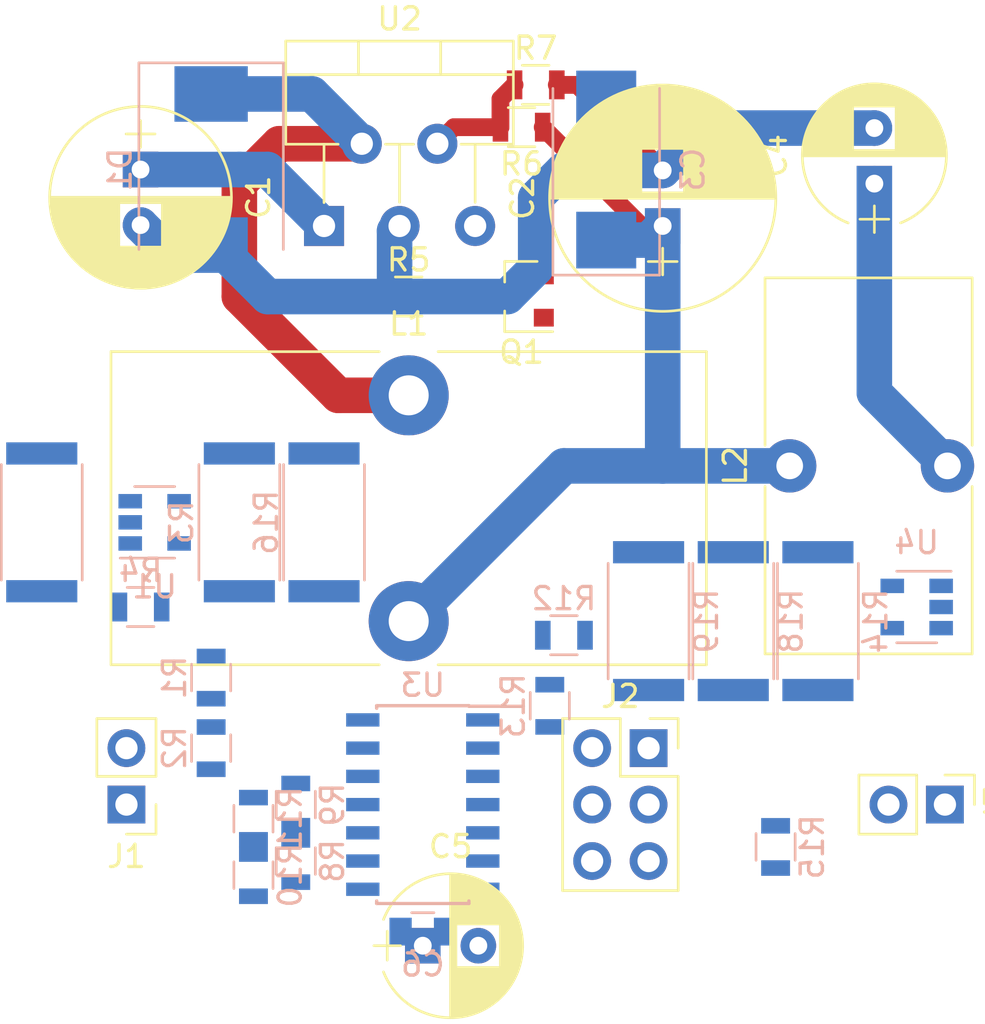
<source format=kicad_pcb>
(kicad_pcb (version 4) (host pcbnew 4.0.7)

  (general
    (links 79)
    (no_connects 63)
    (area 124.695 15.105 176.08 58.83381)
    (thickness 1.6)
    (drawings 0)
    (tracks 44)
    (zones 0)
    (modules 36)
    (nets 20)
  )

  (page A4)
  (layers
    (0 F.Cu signal)
    (31 B.Cu signal)
    (32 B.Adhes user)
    (33 F.Adhes user)
    (34 B.Paste user)
    (35 F.Paste user)
    (36 B.SilkS user)
    (37 F.SilkS user)
    (38 B.Mask user)
    (39 F.Mask user)
    (40 Dwgs.User user)
    (41 Cmts.User user)
    (42 Eco1.User user)
    (43 Eco2.User user)
    (44 Edge.Cuts user)
    (45 Margin user)
    (46 B.CrtYd user)
    (47 F.CrtYd user)
    (48 B.Fab user)
    (49 F.Fab user)
  )

  (setup
    (last_trace_width 0.8)
    (user_trace_width 0.8)
    (user_trace_width 1.6)
    (trace_clearance 0.2)
    (zone_clearance 0.508)
    (zone_45_only no)
    (trace_min 0.2)
    (segment_width 0.2)
    (edge_width 0.15)
    (via_size 1.2)
    (via_drill 0.8)
    (via_min_size 0.4)
    (via_min_drill 0.3)
    (uvia_size 0.3)
    (uvia_drill 0.1)
    (uvias_allowed no)
    (uvia_min_size 0.2)
    (uvia_min_drill 0.1)
    (pcb_text_width 0.3)
    (pcb_text_size 1.5 1.5)
    (mod_edge_width 0.15)
    (mod_text_size 1 1)
    (mod_text_width 0.15)
    (pad_size 1.524 1.524)
    (pad_drill 0.762)
    (pad_to_mask_clearance 0.2)
    (aux_axis_origin 0 0)
    (visible_elements 7FFFFF9F)
    (pcbplotparams
      (layerselection 0x00030_80000001)
      (usegerberextensions false)
      (excludeedgelayer true)
      (linewidth 0.100000)
      (plotframeref false)
      (viasonmask false)
      (mode 1)
      (useauxorigin false)
      (hpglpennumber 1)
      (hpglpenspeed 20)
      (hpglpendiameter 15)
      (hpglpenoverlay 2)
      (psnegative false)
      (psa4output false)
      (plotreference true)
      (plotvalue true)
      (plotinvisibletext false)
      (padsonsilk false)
      (subtractmaskfromsilk false)
      (outputformat 1)
      (mirror false)
      (drillshape 1)
      (scaleselection 1)
      (outputdirectory ""))
  )

  (net 0 "")
  (net 1 "Net-(C1-Pad1)")
  (net 2 GNDA)
  (net 3 "Net-(C2-Pad1)")
  (net 4 "Net-(C4-Pad1)")
  (net 5 +5V)
  (net 6 "Net-(D1-Pad1)")
  (net 7 "Net-(J1-Pad2)")
  (net 8 SCL)
  (net 9 SDA)
  (net 10 PowerEnable)
  (net 11 "Net-(J3-Pad2)")
  (net 12 "Net-(Q1-Pad3)")
  (net 13 IN_Voltage)
  (net 14 IN_Current)
  (net 15 "Net-(R6-Pad2)")
  (net 16 "Net-(R8-Pad2)")
  (net 17 "Net-(R10-Pad2)")
  (net 18 OUT_Voltage)
  (net 19 OUT_Current)

  (net_class Default "This is the default net class."
    (clearance 0.2)
    (trace_width 0.8)
    (via_dia 1.2)
    (via_drill 0.8)
    (uvia_dia 0.3)
    (uvia_drill 0.1)
    (add_net IN_Voltage)
    (add_net "Net-(J1-Pad2)")
    (add_net "Net-(J3-Pad2)")
    (add_net "Net-(Q1-Pad3)")
    (add_net "Net-(R10-Pad2)")
    (add_net "Net-(R6-Pad2)")
    (add_net "Net-(R8-Pad2)")
    (add_net OUT_Voltage)
    (add_net PowerEnable)
    (add_net SCL)
    (add_net SDA)
  )

  (net_class Power ""
    (clearance 0.2)
    (trace_width 1.6)
    (via_dia 2)
    (via_drill 1.2)
    (uvia_dia 0.3)
    (uvia_drill 0.1)
    (add_net +5V)
    (add_net GNDA)
    (add_net IN_Current)
    (add_net "Net-(C1-Pad1)")
    (add_net "Net-(C2-Pad1)")
    (add_net "Net-(C4-Pad1)")
    (add_net "Net-(D1-Pad1)")
    (add_net OUT_Current)
  )

  (module Inductors_THT:L_Toroid_Vertical_L26.7mm_W14.0mm_P10.16mm_Pulse_D (layer F.Cu) (tedit 5880B84E) (tstamp 5A0FA414)
    (at 144.78 33.02)
    (descr "L_Toroid, Vertical series, Radial, pin pitch=10.16mm, , length*width=26.67*13.97mm^2, Pulse, D, http://datasheet.octopart.com/PE-92112KNL-Pulse-datasheet-17853305.pdf")
    (tags "L_Toroid Vertical series Radial pin pitch 10.16mm  length 26.67mm width 13.97mm Pulse D")
    (path /59FFC0EF)
    (fp_text reference L1 (at 0 -3.215) (layer F.SilkS)
      (effects (font (size 1 1) (thickness 0.15)))
    )
    (fp_text value 100u (at 0 13.375) (layer F.Fab)
      (effects (font (size 1 1) (thickness 0.15)))
    )
    (fp_line (start -13.335 -1.905) (end -13.335 12.065) (layer F.Fab) (width 0.1))
    (fp_line (start -13.335 12.065) (end 13.335 12.065) (layer F.Fab) (width 0.1))
    (fp_line (start 13.335 12.065) (end 13.335 -1.905) (layer F.Fab) (width 0.1))
    (fp_line (start 13.335 -1.905) (end -13.335 -1.905) (layer F.Fab) (width 0.1))
    (fp_line (start -13.335 -1.905) (end -12.0015 12.065) (layer F.Fab) (width 0.1))
    (fp_line (start -10.668 -1.905) (end -9.3345 12.065) (layer F.Fab) (width 0.1))
    (fp_line (start -8.001 -1.905) (end -6.6675 12.065) (layer F.Fab) (width 0.1))
    (fp_line (start -5.334 -1.905) (end -4.0005 12.065) (layer F.Fab) (width 0.1))
    (fp_line (start -2.667 -1.905) (end -1.3335 12.065) (layer F.Fab) (width 0.1))
    (fp_line (start 0 -1.905) (end 1.3335 12.065) (layer F.Fab) (width 0.1))
    (fp_line (start 2.667 -1.905) (end 4.0005 12.065) (layer F.Fab) (width 0.1))
    (fp_line (start 5.334 -1.905) (end 6.6675 12.065) (layer F.Fab) (width 0.1))
    (fp_line (start 8.001 -1.905) (end 9.3345 12.065) (layer F.Fab) (width 0.1))
    (fp_line (start 10.668 -1.905) (end 12.0015 12.065) (layer F.Fab) (width 0.1))
    (fp_line (start -13.396 -1.965) (end -1.325 -1.965) (layer F.SilkS) (width 0.12))
    (fp_line (start 1.325 -1.965) (end 13.396 -1.965) (layer F.SilkS) (width 0.12))
    (fp_line (start -13.396 12.125) (end -1.325 12.125) (layer F.SilkS) (width 0.12))
    (fp_line (start 1.325 12.125) (end 13.396 12.125) (layer F.SilkS) (width 0.12))
    (fp_line (start -13.396 -1.965) (end -13.396 12.125) (layer F.SilkS) (width 0.12))
    (fp_line (start 13.396 -1.965) (end 13.396 12.125) (layer F.SilkS) (width 0.12))
    (fp_line (start -13.65 -2.25) (end -13.65 12.4) (layer F.CrtYd) (width 0.05))
    (fp_line (start -13.65 12.4) (end 13.65 12.4) (layer F.CrtYd) (width 0.05))
    (fp_line (start 13.65 12.4) (end 13.65 -2.25) (layer F.CrtYd) (width 0.05))
    (fp_line (start 13.65 -2.25) (end -13.65 -2.25) (layer F.CrtYd) (width 0.05))
    (pad 1 thru_hole circle (at 0 0) (size 3.6 3.6) (drill 1.8) (layers *.Cu *.Mask)
      (net 6 "Net-(D1-Pad1)"))
    (pad 2 thru_hole circle (at 0 10.16) (size 3.6 3.6) (drill 1.8) (layers *.Cu *.Mask)
      (net 3 "Net-(C2-Pad1)"))
    (model Inductors_THT.3dshapes/L_Toroid_Vertical_L26.7mm_W14.0mm_P10.16mm_Pulse_D.wrl
      (at (xyz 0 0 0))
      (scale (xyz 0.393701 0.393701 0.393701))
      (rotate (xyz 0 0 0))
    )
  )

  (module Capacitors_THT:CP_Radial_D8.0mm_P2.50mm (layer F.Cu) (tedit 5A10E66E) (tstamp 5A0F9389)
    (at 132.715 22.86 270)
    (descr "CP, Radial series, Radial, pin pitch=2.50mm, , diameter=8mm, Electrolytic Capacitor")
    (tags "CP Radial series Radial pin pitch 2.50mm  diameter 8mm Electrolytic Capacitor")
    (path /59FFC02B)
    (fp_text reference C1 (at 1.25 -5.31 270) (layer F.SilkS)
      (effects (font (size 1 1) (thickness 0.15)))
    )
    (fp_text value 100u (at 1.25 5.31 270) (layer F.Fab)
      (effects (font (size 1 1) (thickness 0.15)))
    )
    (fp_circle (center 1.25 0) (end 5.25 0) (layer F.Fab) (width 0.1))
    (fp_circle (center 1.25 0) (end 5.34 0) (layer F.SilkS) (width 0.12))
    (fp_line (start -2.2 0) (end -1 0) (layer F.Fab) (width 0.1))
    (fp_line (start -1.6 -0.65) (end -1.6 0.65) (layer F.Fab) (width 0.1))
    (fp_line (start 1.25 -4.05) (end 1.25 4.05) (layer F.SilkS) (width 0.12))
    (fp_line (start 1.29 -4.05) (end 1.29 4.05) (layer F.SilkS) (width 0.12))
    (fp_line (start 1.33 -4.05) (end 1.33 4.05) (layer F.SilkS) (width 0.12))
    (fp_line (start 1.37 -4.049) (end 1.37 4.049) (layer F.SilkS) (width 0.12))
    (fp_line (start 1.41 -4.047) (end 1.41 4.047) (layer F.SilkS) (width 0.12))
    (fp_line (start 1.45 -4.046) (end 1.45 4.046) (layer F.SilkS) (width 0.12))
    (fp_line (start 1.49 -4.043) (end 1.49 4.043) (layer F.SilkS) (width 0.12))
    (fp_line (start 1.53 -4.041) (end 1.53 -0.98) (layer F.SilkS) (width 0.12))
    (fp_line (start 1.53 0.98) (end 1.53 4.041) (layer F.SilkS) (width 0.12))
    (fp_line (start 1.57 -4.038) (end 1.57 -0.98) (layer F.SilkS) (width 0.12))
    (fp_line (start 1.57 0.98) (end 1.57 4.038) (layer F.SilkS) (width 0.12))
    (fp_line (start 1.61 -4.035) (end 1.61 -0.98) (layer F.SilkS) (width 0.12))
    (fp_line (start 1.61 0.98) (end 1.61 4.035) (layer F.SilkS) (width 0.12))
    (fp_line (start 1.65 -4.031) (end 1.65 -0.98) (layer F.SilkS) (width 0.12))
    (fp_line (start 1.65 0.98) (end 1.65 4.031) (layer F.SilkS) (width 0.12))
    (fp_line (start 1.69 -4.027) (end 1.69 -0.98) (layer F.SilkS) (width 0.12))
    (fp_line (start 1.69 0.98) (end 1.69 4.027) (layer F.SilkS) (width 0.12))
    (fp_line (start 1.73 -4.022) (end 1.73 -0.98) (layer F.SilkS) (width 0.12))
    (fp_line (start 1.73 0.98) (end 1.73 4.022) (layer F.SilkS) (width 0.12))
    (fp_line (start 1.77 -4.017) (end 1.77 -0.98) (layer F.SilkS) (width 0.12))
    (fp_line (start 1.77 0.98) (end 1.77 4.017) (layer F.SilkS) (width 0.12))
    (fp_line (start 1.81 -4.012) (end 1.81 -0.98) (layer F.SilkS) (width 0.12))
    (fp_line (start 1.81 0.98) (end 1.81 4.012) (layer F.SilkS) (width 0.12))
    (fp_line (start 1.85 -4.006) (end 1.85 -0.98) (layer F.SilkS) (width 0.12))
    (fp_line (start 1.85 0.98) (end 1.85 4.006) (layer F.SilkS) (width 0.12))
    (fp_line (start 1.89 -4) (end 1.89 -0.98) (layer F.SilkS) (width 0.12))
    (fp_line (start 1.89 0.98) (end 1.89 4) (layer F.SilkS) (width 0.12))
    (fp_line (start 1.93 -3.994) (end 1.93 -0.98) (layer F.SilkS) (width 0.12))
    (fp_line (start 1.93 0.98) (end 1.93 3.994) (layer F.SilkS) (width 0.12))
    (fp_line (start 1.971 -3.987) (end 1.971 -0.98) (layer F.SilkS) (width 0.12))
    (fp_line (start 1.971 0.98) (end 1.971 3.987) (layer F.SilkS) (width 0.12))
    (fp_line (start 2.011 -3.979) (end 2.011 -0.98) (layer F.SilkS) (width 0.12))
    (fp_line (start 2.011 0.98) (end 2.011 3.979) (layer F.SilkS) (width 0.12))
    (fp_line (start 2.051 -3.971) (end 2.051 -0.98) (layer F.SilkS) (width 0.12))
    (fp_line (start 2.051 0.98) (end 2.051 3.971) (layer F.SilkS) (width 0.12))
    (fp_line (start 2.091 -3.963) (end 2.091 -0.98) (layer F.SilkS) (width 0.12))
    (fp_line (start 2.091 0.98) (end 2.091 3.963) (layer F.SilkS) (width 0.12))
    (fp_line (start 2.131 -3.955) (end 2.131 -0.98) (layer F.SilkS) (width 0.12))
    (fp_line (start 2.131 0.98) (end 2.131 3.955) (layer F.SilkS) (width 0.12))
    (fp_line (start 2.171 -3.946) (end 2.171 -0.98) (layer F.SilkS) (width 0.12))
    (fp_line (start 2.171 0.98) (end 2.171 3.946) (layer F.SilkS) (width 0.12))
    (fp_line (start 2.211 -3.936) (end 2.211 -0.98) (layer F.SilkS) (width 0.12))
    (fp_line (start 2.211 0.98) (end 2.211 3.936) (layer F.SilkS) (width 0.12))
    (fp_line (start 2.251 -3.926) (end 2.251 -0.98) (layer F.SilkS) (width 0.12))
    (fp_line (start 2.251 0.98) (end 2.251 3.926) (layer F.SilkS) (width 0.12))
    (fp_line (start 2.291 -3.916) (end 2.291 -0.98) (layer F.SilkS) (width 0.12))
    (fp_line (start 2.291 0.98) (end 2.291 3.916) (layer F.SilkS) (width 0.12))
    (fp_line (start 2.331 -3.905) (end 2.331 -0.98) (layer F.SilkS) (width 0.12))
    (fp_line (start 2.331 0.98) (end 2.331 3.905) (layer F.SilkS) (width 0.12))
    (fp_line (start 2.371 -3.894) (end 2.371 -0.98) (layer F.SilkS) (width 0.12))
    (fp_line (start 2.371 0.98) (end 2.371 3.894) (layer F.SilkS) (width 0.12))
    (fp_line (start 2.411 -3.883) (end 2.411 -0.98) (layer F.SilkS) (width 0.12))
    (fp_line (start 2.411 0.98) (end 2.411 3.883) (layer F.SilkS) (width 0.12))
    (fp_line (start 2.451 -3.87) (end 2.451 -0.98) (layer F.SilkS) (width 0.12))
    (fp_line (start 2.451 0.98) (end 2.451 3.87) (layer F.SilkS) (width 0.12))
    (fp_line (start 2.491 -3.858) (end 2.491 -0.98) (layer F.SilkS) (width 0.12))
    (fp_line (start 2.491 0.98) (end 2.491 3.858) (layer F.SilkS) (width 0.12))
    (fp_line (start 2.531 -3.845) (end 2.531 -0.98) (layer F.SilkS) (width 0.12))
    (fp_line (start 2.531 0.98) (end 2.531 3.845) (layer F.SilkS) (width 0.12))
    (fp_line (start 2.571 -3.832) (end 2.571 -0.98) (layer F.SilkS) (width 0.12))
    (fp_line (start 2.571 0.98) (end 2.571 3.832) (layer F.SilkS) (width 0.12))
    (fp_line (start 2.611 -3.818) (end 2.611 -0.98) (layer F.SilkS) (width 0.12))
    (fp_line (start 2.611 0.98) (end 2.611 3.818) (layer F.SilkS) (width 0.12))
    (fp_line (start 2.651 -3.803) (end 2.651 -0.98) (layer F.SilkS) (width 0.12))
    (fp_line (start 2.651 0.98) (end 2.651 3.803) (layer F.SilkS) (width 0.12))
    (fp_line (start 2.691 -3.789) (end 2.691 -0.98) (layer F.SilkS) (width 0.12))
    (fp_line (start 2.691 0.98) (end 2.691 3.789) (layer F.SilkS) (width 0.12))
    (fp_line (start 2.731 -3.773) (end 2.731 -0.98) (layer F.SilkS) (width 0.12))
    (fp_line (start 2.731 0.98) (end 2.731 3.773) (layer F.SilkS) (width 0.12))
    (fp_line (start 2.771 -3.758) (end 2.771 -0.98) (layer F.SilkS) (width 0.12))
    (fp_line (start 2.771 0.98) (end 2.771 3.758) (layer F.SilkS) (width 0.12))
    (fp_line (start 2.811 -3.741) (end 2.811 -0.98) (layer F.SilkS) (width 0.12))
    (fp_line (start 2.811 0.98) (end 2.811 3.741) (layer F.SilkS) (width 0.12))
    (fp_line (start 2.851 -3.725) (end 2.851 -0.98) (layer F.SilkS) (width 0.12))
    (fp_line (start 2.851 0.98) (end 2.851 3.725) (layer F.SilkS) (width 0.12))
    (fp_line (start 2.891 -3.707) (end 2.891 -0.98) (layer F.SilkS) (width 0.12))
    (fp_line (start 2.891 0.98) (end 2.891 3.707) (layer F.SilkS) (width 0.12))
    (fp_line (start 2.931 -3.69) (end 2.931 -0.98) (layer F.SilkS) (width 0.12))
    (fp_line (start 2.931 0.98) (end 2.931 3.69) (layer F.SilkS) (width 0.12))
    (fp_line (start 2.971 -3.671) (end 2.971 -0.98) (layer F.SilkS) (width 0.12))
    (fp_line (start 2.971 0.98) (end 2.971 3.671) (layer F.SilkS) (width 0.12))
    (fp_line (start 3.011 -3.652) (end 3.011 -0.98) (layer F.SilkS) (width 0.12))
    (fp_line (start 3.011 0.98) (end 3.011 3.652) (layer F.SilkS) (width 0.12))
    (fp_line (start 3.051 -3.633) (end 3.051 -0.98) (layer F.SilkS) (width 0.12))
    (fp_line (start 3.051 0.98) (end 3.051 3.633) (layer F.SilkS) (width 0.12))
    (fp_line (start 3.091 -3.613) (end 3.091 -0.98) (layer F.SilkS) (width 0.12))
    (fp_line (start 3.091 0.98) (end 3.091 3.613) (layer F.SilkS) (width 0.12))
    (fp_line (start 3.131 -3.593) (end 3.131 -0.98) (layer F.SilkS) (width 0.12))
    (fp_line (start 3.131 0.98) (end 3.131 3.593) (layer F.SilkS) (width 0.12))
    (fp_line (start 3.171 -3.572) (end 3.171 -0.98) (layer F.SilkS) (width 0.12))
    (fp_line (start 3.171 0.98) (end 3.171 3.572) (layer F.SilkS) (width 0.12))
    (fp_line (start 3.211 -3.55) (end 3.211 -0.98) (layer F.SilkS) (width 0.12))
    (fp_line (start 3.211 0.98) (end 3.211 3.55) (layer F.SilkS) (width 0.12))
    (fp_line (start 3.251 -3.528) (end 3.251 -0.98) (layer F.SilkS) (width 0.12))
    (fp_line (start 3.251 0.98) (end 3.251 3.528) (layer F.SilkS) (width 0.12))
    (fp_line (start 3.291 -3.505) (end 3.291 -0.98) (layer F.SilkS) (width 0.12))
    (fp_line (start 3.291 0.98) (end 3.291 3.505) (layer F.SilkS) (width 0.12))
    (fp_line (start 3.331 -3.482) (end 3.331 -0.98) (layer F.SilkS) (width 0.12))
    (fp_line (start 3.331 0.98) (end 3.331 3.482) (layer F.SilkS) (width 0.12))
    (fp_line (start 3.371 -3.458) (end 3.371 -0.98) (layer F.SilkS) (width 0.12))
    (fp_line (start 3.371 0.98) (end 3.371 3.458) (layer F.SilkS) (width 0.12))
    (fp_line (start 3.411 -3.434) (end 3.411 -0.98) (layer F.SilkS) (width 0.12))
    (fp_line (start 3.411 0.98) (end 3.411 3.434) (layer F.SilkS) (width 0.12))
    (fp_line (start 3.451 -3.408) (end 3.451 -0.98) (layer F.SilkS) (width 0.12))
    (fp_line (start 3.451 0.98) (end 3.451 3.408) (layer F.SilkS) (width 0.12))
    (fp_line (start 3.491 -3.383) (end 3.491 3.383) (layer F.SilkS) (width 0.12))
    (fp_line (start 3.531 -3.356) (end 3.531 3.356) (layer F.SilkS) (width 0.12))
    (fp_line (start 3.571 -3.329) (end 3.571 3.329) (layer F.SilkS) (width 0.12))
    (fp_line (start 3.611 -3.301) (end 3.611 3.301) (layer F.SilkS) (width 0.12))
    (fp_line (start 3.651 -3.272) (end 3.651 3.272) (layer F.SilkS) (width 0.12))
    (fp_line (start 3.691 -3.243) (end 3.691 3.243) (layer F.SilkS) (width 0.12))
    (fp_line (start 3.731 -3.213) (end 3.731 3.213) (layer F.SilkS) (width 0.12))
    (fp_line (start 3.771 -3.182) (end 3.771 3.182) (layer F.SilkS) (width 0.12))
    (fp_line (start 3.811 -3.15) (end 3.811 3.15) (layer F.SilkS) (width 0.12))
    (fp_line (start 3.851 -3.118) (end 3.851 3.118) (layer F.SilkS) (width 0.12))
    (fp_line (start 3.891 -3.084) (end 3.891 3.084) (layer F.SilkS) (width 0.12))
    (fp_line (start 3.931 -3.05) (end 3.931 3.05) (layer F.SilkS) (width 0.12))
    (fp_line (start 3.971 -3.015) (end 3.971 3.015) (layer F.SilkS) (width 0.12))
    (fp_line (start 4.011 -2.979) (end 4.011 2.979) (layer F.SilkS) (width 0.12))
    (fp_line (start 4.051 -2.942) (end 4.051 2.942) (layer F.SilkS) (width 0.12))
    (fp_line (start 4.091 -2.904) (end 4.091 2.904) (layer F.SilkS) (width 0.12))
    (fp_line (start 4.131 -2.865) (end 4.131 2.865) (layer F.SilkS) (width 0.12))
    (fp_line (start 4.171 -2.824) (end 4.171 2.824) (layer F.SilkS) (width 0.12))
    (fp_line (start 4.211 -2.783) (end 4.211 2.783) (layer F.SilkS) (width 0.12))
    (fp_line (start 4.251 -2.74) (end 4.251 2.74) (layer F.SilkS) (width 0.12))
    (fp_line (start 4.291 -2.697) (end 4.291 2.697) (layer F.SilkS) (width 0.12))
    (fp_line (start 4.331 -2.652) (end 4.331 2.652) (layer F.SilkS) (width 0.12))
    (fp_line (start 4.371 -2.605) (end 4.371 2.605) (layer F.SilkS) (width 0.12))
    (fp_line (start 4.411 -2.557) (end 4.411 2.557) (layer F.SilkS) (width 0.12))
    (fp_line (start 4.451 -2.508) (end 4.451 2.508) (layer F.SilkS) (width 0.12))
    (fp_line (start 4.491 -2.457) (end 4.491 2.457) (layer F.SilkS) (width 0.12))
    (fp_line (start 4.531 -2.404) (end 4.531 2.404) (layer F.SilkS) (width 0.12))
    (fp_line (start 4.571 -2.349) (end 4.571 2.349) (layer F.SilkS) (width 0.12))
    (fp_line (start 4.611 -2.293) (end 4.611 2.293) (layer F.SilkS) (width 0.12))
    (fp_line (start 4.651 -2.234) (end 4.651 2.234) (layer F.SilkS) (width 0.12))
    (fp_line (start 4.691 -2.173) (end 4.691 2.173) (layer F.SilkS) (width 0.12))
    (fp_line (start 4.731 -2.109) (end 4.731 2.109) (layer F.SilkS) (width 0.12))
    (fp_line (start 4.771 -2.043) (end 4.771 2.043) (layer F.SilkS) (width 0.12))
    (fp_line (start 4.811 -1.974) (end 4.811 1.974) (layer F.SilkS) (width 0.12))
    (fp_line (start 4.851 -1.902) (end 4.851 1.902) (layer F.SilkS) (width 0.12))
    (fp_line (start 4.891 -1.826) (end 4.891 1.826) (layer F.SilkS) (width 0.12))
    (fp_line (start 4.931 -1.745) (end 4.931 1.745) (layer F.SilkS) (width 0.12))
    (fp_line (start 4.971 -1.66) (end 4.971 1.66) (layer F.SilkS) (width 0.12))
    (fp_line (start 5.011 -1.57) (end 5.011 1.57) (layer F.SilkS) (width 0.12))
    (fp_line (start 5.051 -1.473) (end 5.051 1.473) (layer F.SilkS) (width 0.12))
    (fp_line (start 5.091 -1.369) (end 5.091 1.369) (layer F.SilkS) (width 0.12))
    (fp_line (start 5.131 -1.254) (end 5.131 1.254) (layer F.SilkS) (width 0.12))
    (fp_line (start 5.171 -1.127) (end 5.171 1.127) (layer F.SilkS) (width 0.12))
    (fp_line (start 5.211 -0.983) (end 5.211 0.983) (layer F.SilkS) (width 0.12))
    (fp_line (start 5.251 -0.814) (end 5.251 0.814) (layer F.SilkS) (width 0.12))
    (fp_line (start 5.291 -0.598) (end 5.291 0.598) (layer F.SilkS) (width 0.12))
    (fp_line (start 5.331 -0.246) (end 5.331 0.246) (layer F.SilkS) (width 0.12))
    (fp_line (start -2.2 0) (end -1 0) (layer F.SilkS) (width 0.12))
    (fp_line (start -1.6 -0.65) (end -1.6 0.65) (layer F.SilkS) (width 0.12))
    (fp_line (start -3.1 -4.35) (end -3.1 4.35) (layer F.CrtYd) (width 0.05))
    (fp_line (start -3.1 4.35) (end 5.6 4.35) (layer F.CrtYd) (width 0.05))
    (fp_line (start 5.6 4.35) (end 5.6 -4.35) (layer F.CrtYd) (width 0.05))
    (fp_line (start 5.6 -4.35) (end -3.1 -4.35) (layer F.CrtYd) (width 0.05))
    (fp_text user %R (at 1.25 0 450) (layer F.Fab)
      (effects (font (size 1 1) (thickness 0.15)))
    )
    (pad 1 thru_hole rect (at 0 0 270) (size 1.6 1.6) (drill 0.8) (layers *.Cu *.Mask)
      (net 1 "Net-(C1-Pad1)"))
    (pad 2 thru_hole circle (at 2.5 0 270) (size 1.6 1.6) (drill 0.8) (layers *.Cu *.Mask)
      (net 2 GNDA))
    (model ${KISYS3DMOD}/Capacitors_THT.3dshapes/CP_Radial_D8.0mm_P2.50mm.wrl
      (at (xyz 0 0 0))
      (scale (xyz 1 1 1))
      (rotate (xyz 0 0 0))
    )
  )

  (module Capacitors_SMD:C_0805 (layer B.Cu) (tedit 58AA8463) (tstamp 5A0F93A7)
    (at 145.415 57.15)
    (descr "Capacitor SMD 0805, reflow soldering, AVX (see smccp.pdf)")
    (tags "capacitor 0805")
    (path /5A03C0C2)
    (attr smd)
    (fp_text reference C6 (at 0 1.5) (layer B.SilkS)
      (effects (font (size 1 1) (thickness 0.15)) (justify mirror))
    )
    (fp_text value 100n (at 0 -1.75) (layer B.Fab)
      (effects (font (size 1 1) (thickness 0.15)) (justify mirror))
    )
    (fp_text user %R (at 0 1.5) (layer B.Fab)
      (effects (font (size 1 1) (thickness 0.15)) (justify mirror))
    )
    (fp_line (start -1 -0.62) (end -1 0.62) (layer B.Fab) (width 0.1))
    (fp_line (start 1 -0.62) (end -1 -0.62) (layer B.Fab) (width 0.1))
    (fp_line (start 1 0.62) (end 1 -0.62) (layer B.Fab) (width 0.1))
    (fp_line (start -1 0.62) (end 1 0.62) (layer B.Fab) (width 0.1))
    (fp_line (start 0.5 0.85) (end -0.5 0.85) (layer B.SilkS) (width 0.12))
    (fp_line (start -0.5 -0.85) (end 0.5 -0.85) (layer B.SilkS) (width 0.12))
    (fp_line (start -1.75 0.88) (end 1.75 0.88) (layer B.CrtYd) (width 0.05))
    (fp_line (start -1.75 0.88) (end -1.75 -0.87) (layer B.CrtYd) (width 0.05))
    (fp_line (start 1.75 -0.87) (end 1.75 0.88) (layer B.CrtYd) (width 0.05))
    (fp_line (start 1.75 -0.87) (end -1.75 -0.87) (layer B.CrtYd) (width 0.05))
    (pad 1 smd rect (at -1 0) (size 1 1.25) (layers B.Cu B.Paste B.Mask)
      (net 5 +5V))
    (pad 2 smd rect (at 1 0) (size 1 1.25) (layers B.Cu B.Paste B.Mask)
      (net 2 GNDA))
    (model Capacitors_SMD.3dshapes/C_0805.wrl
      (at (xyz 0 0 0))
      (scale (xyz 1 1 1))
      (rotate (xyz 0 0 0))
    )
  )

  (module Diodes_SMD:D_SMC (layer B.Cu) (tedit 5864295D) (tstamp 5A0F93AD)
    (at 135.89 22.86 270)
    (descr "Diode SMC (DO-214AB)")
    (tags "Diode SMC (DO-214AB)")
    (path /59FFC76C)
    (attr smd)
    (fp_text reference D1 (at 0 4.1 270) (layer B.SilkS)
      (effects (font (size 1 1) (thickness 0.15)) (justify mirror))
    )
    (fp_text value SSC54 (at 0 -4.2 270) (layer B.Fab)
      (effects (font (size 1 1) (thickness 0.15)) (justify mirror))
    )
    (fp_text user %R (at 0 1.9 270) (layer B.Fab)
      (effects (font (size 1 1) (thickness 0.15)) (justify mirror))
    )
    (fp_line (start -4.8 -3.25) (end -4.8 3.25) (layer B.SilkS) (width 0.12))
    (fp_line (start 3.55 -3.1) (end -3.55 -3.1) (layer B.Fab) (width 0.1))
    (fp_line (start -3.55 -3.1) (end -3.55 3.1) (layer B.Fab) (width 0.1))
    (fp_line (start 3.55 3.1) (end 3.55 -3.1) (layer B.Fab) (width 0.1))
    (fp_line (start 3.55 3.1) (end -3.55 3.1) (layer B.Fab) (width 0.1))
    (fp_line (start -4.9 3.35) (end 4.9 3.35) (layer B.CrtYd) (width 0.05))
    (fp_line (start 4.9 3.35) (end 4.9 -3.35) (layer B.CrtYd) (width 0.05))
    (fp_line (start 4.9 -3.35) (end -4.9 -3.35) (layer B.CrtYd) (width 0.05))
    (fp_line (start -4.9 -3.35) (end -4.9 3.35) (layer B.CrtYd) (width 0.05))
    (fp_line (start -0.64944 -0.00102) (end -1.55114 -0.00102) (layer B.Fab) (width 0.1))
    (fp_line (start 0.50118 -0.00102) (end 1.4994 -0.00102) (layer B.Fab) (width 0.1))
    (fp_line (start -0.64944 0.79908) (end -0.64944 -0.80112) (layer B.Fab) (width 0.1))
    (fp_line (start 0.50118 -0.75032) (end 0.50118 0.79908) (layer B.Fab) (width 0.1))
    (fp_line (start -0.64944 -0.00102) (end 0.50118 -0.75032) (layer B.Fab) (width 0.1))
    (fp_line (start -0.64944 -0.00102) (end 0.50118 0.79908) (layer B.Fab) (width 0.1))
    (fp_line (start -4.8 -3.25) (end 3.6 -3.25) (layer B.SilkS) (width 0.12))
    (fp_line (start -4.8 3.25) (end 3.6 3.25) (layer B.SilkS) (width 0.12))
    (pad 1 smd rect (at -3.4 0 180) (size 3.3 2.5) (layers B.Cu B.Paste B.Mask)
      (net 6 "Net-(D1-Pad1)"))
    (pad 2 smd rect (at 3.4 0 180) (size 3.3 2.5) (layers B.Cu B.Paste B.Mask)
      (net 2 GNDA))
    (model ${KISYS3DMOD}/Diodes_SMD.3dshapes/D_SMC.wrl
      (at (xyz 0 0 0))
      (scale (xyz 1 1 1))
      (rotate (xyz 0 0 0))
    )
  )

  (module Pin_Headers:Pin_Header_Straight_1x02_Pitch2.54mm (layer F.Cu) (tedit 59650532) (tstamp 5A0F93B3)
    (at 132.08 51.435 180)
    (descr "Through hole straight pin header, 1x02, 2.54mm pitch, single row")
    (tags "Through hole pin header THT 1x02 2.54mm single row")
    (path /59FFC4D5)
    (fp_text reference J1 (at 0 -2.33 180) (layer F.SilkS)
      (effects (font (size 1 1) (thickness 0.15)))
    )
    (fp_text value "Power IN" (at 0 4.87 180) (layer F.Fab)
      (effects (font (size 1 1) (thickness 0.15)))
    )
    (fp_line (start -0.635 -1.27) (end 1.27 -1.27) (layer F.Fab) (width 0.1))
    (fp_line (start 1.27 -1.27) (end 1.27 3.81) (layer F.Fab) (width 0.1))
    (fp_line (start 1.27 3.81) (end -1.27 3.81) (layer F.Fab) (width 0.1))
    (fp_line (start -1.27 3.81) (end -1.27 -0.635) (layer F.Fab) (width 0.1))
    (fp_line (start -1.27 -0.635) (end -0.635 -1.27) (layer F.Fab) (width 0.1))
    (fp_line (start -1.33 3.87) (end 1.33 3.87) (layer F.SilkS) (width 0.12))
    (fp_line (start -1.33 1.27) (end -1.33 3.87) (layer F.SilkS) (width 0.12))
    (fp_line (start 1.33 1.27) (end 1.33 3.87) (layer F.SilkS) (width 0.12))
    (fp_line (start -1.33 1.27) (end 1.33 1.27) (layer F.SilkS) (width 0.12))
    (fp_line (start -1.33 0) (end -1.33 -1.33) (layer F.SilkS) (width 0.12))
    (fp_line (start -1.33 -1.33) (end 0 -1.33) (layer F.SilkS) (width 0.12))
    (fp_line (start -1.8 -1.8) (end -1.8 4.35) (layer F.CrtYd) (width 0.05))
    (fp_line (start -1.8 4.35) (end 1.8 4.35) (layer F.CrtYd) (width 0.05))
    (fp_line (start 1.8 4.35) (end 1.8 -1.8) (layer F.CrtYd) (width 0.05))
    (fp_line (start 1.8 -1.8) (end -1.8 -1.8) (layer F.CrtYd) (width 0.05))
    (fp_text user %R (at 0 1.27 270) (layer F.Fab)
      (effects (font (size 1 1) (thickness 0.15)))
    )
    (pad 1 thru_hole rect (at 0 0 180) (size 1.7 1.7) (drill 1) (layers *.Cu *.Mask)
      (net 2 GNDA))
    (pad 2 thru_hole oval (at 0 2.54 180) (size 1.7 1.7) (drill 1) (layers *.Cu *.Mask)
      (net 7 "Net-(J1-Pad2)"))
    (model ${KISYS3DMOD}/Pin_Headers.3dshapes/Pin_Header_Straight_1x02_Pitch2.54mm.wrl
      (at (xyz 0 0 0))
      (scale (xyz 1 1 1))
      (rotate (xyz 0 0 0))
    )
  )

  (module Socket_Strips:Socket_Strip_Straight_2x03_Pitch2.54mm (layer F.Cu) (tedit 58CD5448) (tstamp 5A0F93BD)
    (at 155.575 48.895)
    (descr "Through hole straight socket strip, 2x03, 2.54mm pitch, double rows")
    (tags "Through hole socket strip THT 2x03 2.54mm double row")
    (path /5A03F80D)
    (fp_text reference J2 (at -1.27 -2.33) (layer F.SilkS)
      (effects (font (size 1 1) (thickness 0.15)))
    )
    (fp_text value Conn_02x03_Odd_Even (at -1.27 7.41) (layer F.Fab)
      (effects (font (size 1 1) (thickness 0.15)))
    )
    (fp_line (start -3.81 -1.27) (end -3.81 6.35) (layer F.Fab) (width 0.1))
    (fp_line (start -3.81 6.35) (end 1.27 6.35) (layer F.Fab) (width 0.1))
    (fp_line (start 1.27 6.35) (end 1.27 -1.27) (layer F.Fab) (width 0.1))
    (fp_line (start 1.27 -1.27) (end -3.81 -1.27) (layer F.Fab) (width 0.1))
    (fp_line (start 1.33 1.27) (end 1.33 6.41) (layer F.SilkS) (width 0.12))
    (fp_line (start 1.33 6.41) (end -3.87 6.41) (layer F.SilkS) (width 0.12))
    (fp_line (start -3.87 6.41) (end -3.87 -1.33) (layer F.SilkS) (width 0.12))
    (fp_line (start -3.87 -1.33) (end -1.27 -1.33) (layer F.SilkS) (width 0.12))
    (fp_line (start -1.27 -1.33) (end -1.27 1.27) (layer F.SilkS) (width 0.12))
    (fp_line (start -1.27 1.27) (end 1.33 1.27) (layer F.SilkS) (width 0.12))
    (fp_line (start 1.33 0) (end 1.33 -1.33) (layer F.SilkS) (width 0.12))
    (fp_line (start 1.33 -1.33) (end 0.06 -1.33) (layer F.SilkS) (width 0.12))
    (fp_line (start -4.35 -1.8) (end -4.35 6.85) (layer F.CrtYd) (width 0.05))
    (fp_line (start -4.35 6.85) (end 1.8 6.85) (layer F.CrtYd) (width 0.05))
    (fp_line (start 1.8 6.85) (end 1.8 -1.8) (layer F.CrtYd) (width 0.05))
    (fp_line (start 1.8 -1.8) (end -4.35 -1.8) (layer F.CrtYd) (width 0.05))
    (fp_text user %R (at -1.27 -2.33) (layer F.Fab)
      (effects (font (size 1 1) (thickness 0.15)))
    )
    (pad 1 thru_hole rect (at 0 0) (size 1.7 1.7) (drill 1) (layers *.Cu *.Mask)
      (net 2 GNDA))
    (pad 2 thru_hole oval (at -2.54 0) (size 1.7 1.7) (drill 1) (layers *.Cu *.Mask)
      (net 2 GNDA))
    (pad 3 thru_hole oval (at 0 2.54) (size 1.7 1.7) (drill 1) (layers *.Cu *.Mask)
      (net 8 SCL))
    (pad 4 thru_hole oval (at -2.54 2.54) (size 1.7 1.7) (drill 1) (layers *.Cu *.Mask)
      (net 9 SDA))
    (pad 5 thru_hole oval (at 0 5.08) (size 1.7 1.7) (drill 1) (layers *.Cu *.Mask)
      (net 10 PowerEnable))
    (pad 6 thru_hole oval (at -2.54 5.08) (size 1.7 1.7) (drill 1) (layers *.Cu *.Mask)
      (net 5 +5V))
    (model ${KISYS3DMOD}/Socket_Strips.3dshapes/Socket_Strip_Straight_2x03_Pitch2.54mm.wrl
      (at (xyz -0.05 -0.1 0))
      (scale (xyz 1 1 1))
      (rotate (xyz 0 0 270))
    )
  )

  (module Pin_Headers:Pin_Header_Straight_1x02_Pitch2.54mm (layer F.Cu) (tedit 59650532) (tstamp 5A0F93C3)
    (at 168.91 51.435 270)
    (descr "Through hole straight pin header, 1x02, 2.54mm pitch, single row")
    (tags "Through hole pin header THT 1x02 2.54mm single row")
    (path /59FFC5CF)
    (fp_text reference J3 (at 0 -2.33 270) (layer F.SilkS)
      (effects (font (size 1 1) (thickness 0.15)))
    )
    (fp_text value "Power OUT" (at 0 4.87 270) (layer F.Fab)
      (effects (font (size 1 1) (thickness 0.15)))
    )
    (fp_line (start -0.635 -1.27) (end 1.27 -1.27) (layer F.Fab) (width 0.1))
    (fp_line (start 1.27 -1.27) (end 1.27 3.81) (layer F.Fab) (width 0.1))
    (fp_line (start 1.27 3.81) (end -1.27 3.81) (layer F.Fab) (width 0.1))
    (fp_line (start -1.27 3.81) (end -1.27 -0.635) (layer F.Fab) (width 0.1))
    (fp_line (start -1.27 -0.635) (end -0.635 -1.27) (layer F.Fab) (width 0.1))
    (fp_line (start -1.33 3.87) (end 1.33 3.87) (layer F.SilkS) (width 0.12))
    (fp_line (start -1.33 1.27) (end -1.33 3.87) (layer F.SilkS) (width 0.12))
    (fp_line (start 1.33 1.27) (end 1.33 3.87) (layer F.SilkS) (width 0.12))
    (fp_line (start -1.33 1.27) (end 1.33 1.27) (layer F.SilkS) (width 0.12))
    (fp_line (start -1.33 0) (end -1.33 -1.33) (layer F.SilkS) (width 0.12))
    (fp_line (start -1.33 -1.33) (end 0 -1.33) (layer F.SilkS) (width 0.12))
    (fp_line (start -1.8 -1.8) (end -1.8 4.35) (layer F.CrtYd) (width 0.05))
    (fp_line (start -1.8 4.35) (end 1.8 4.35) (layer F.CrtYd) (width 0.05))
    (fp_line (start 1.8 4.35) (end 1.8 -1.8) (layer F.CrtYd) (width 0.05))
    (fp_line (start 1.8 -1.8) (end -1.8 -1.8) (layer F.CrtYd) (width 0.05))
    (fp_text user %R (at 0 1.27 360) (layer F.Fab)
      (effects (font (size 1 1) (thickness 0.15)))
    )
    (pad 1 thru_hole rect (at 0 0 270) (size 1.7 1.7) (drill 1) (layers *.Cu *.Mask)
      (net 2 GNDA))
    (pad 2 thru_hole oval (at 0 2.54 270) (size 1.7 1.7) (drill 1) (layers *.Cu *.Mask)
      (net 11 "Net-(J3-Pad2)"))
    (model ${KISYS3DMOD}/Pin_Headers.3dshapes/Pin_Header_Straight_1x02_Pitch2.54mm.wrl
      (at (xyz 0 0 0))
      (scale (xyz 1 1 1))
      (rotate (xyz 0 0 0))
    )
  )

  (module TO_SOT_Packages_SMD:SOT-23 (layer F.Cu) (tedit 58CE4E7E) (tstamp 5A0F93D6)
    (at 149.86 28.575 180)
    (descr "SOT-23, Standard")
    (tags SOT-23)
    (path /5A0253B8)
    (attr smd)
    (fp_text reference Q1 (at 0 -2.5 180) (layer F.SilkS)
      (effects (font (size 1 1) (thickness 0.15)))
    )
    (fp_text value IRLML0030 (at 0 2.5 180) (layer F.Fab)
      (effects (font (size 1 1) (thickness 0.15)))
    )
    (fp_text user %R (at 0 0 270) (layer F.Fab)
      (effects (font (size 0.5 0.5) (thickness 0.075)))
    )
    (fp_line (start -0.7 -0.95) (end -0.7 1.5) (layer F.Fab) (width 0.1))
    (fp_line (start -0.15 -1.52) (end 0.7 -1.52) (layer F.Fab) (width 0.1))
    (fp_line (start -0.7 -0.95) (end -0.15 -1.52) (layer F.Fab) (width 0.1))
    (fp_line (start 0.7 -1.52) (end 0.7 1.52) (layer F.Fab) (width 0.1))
    (fp_line (start -0.7 1.52) (end 0.7 1.52) (layer F.Fab) (width 0.1))
    (fp_line (start 0.76 1.58) (end 0.76 0.65) (layer F.SilkS) (width 0.12))
    (fp_line (start 0.76 -1.58) (end 0.76 -0.65) (layer F.SilkS) (width 0.12))
    (fp_line (start -1.7 -1.75) (end 1.7 -1.75) (layer F.CrtYd) (width 0.05))
    (fp_line (start 1.7 -1.75) (end 1.7 1.75) (layer F.CrtYd) (width 0.05))
    (fp_line (start 1.7 1.75) (end -1.7 1.75) (layer F.CrtYd) (width 0.05))
    (fp_line (start -1.7 1.75) (end -1.7 -1.75) (layer F.CrtYd) (width 0.05))
    (fp_line (start 0.76 -1.58) (end -1.4 -1.58) (layer F.SilkS) (width 0.12))
    (fp_line (start 0.76 1.58) (end -0.7 1.58) (layer F.SilkS) (width 0.12))
    (pad 1 smd rect (at -1 -0.95 180) (size 0.9 0.8) (layers F.Cu F.Paste F.Mask)
      (net 10 PowerEnable))
    (pad 2 smd rect (at -1 0.95 180) (size 0.9 0.8) (layers F.Cu F.Paste F.Mask)
      (net 2 GNDA))
    (pad 3 smd rect (at 1 0 180) (size 0.9 0.8) (layers F.Cu F.Paste F.Mask)
      (net 12 "Net-(Q1-Pad3)"))
    (model ${KISYS3DMOD}/TO_SOT_Packages_SMD.3dshapes/SOT-23.wrl
      (at (xyz 0 0 0))
      (scale (xyz 1 1 1))
      (rotate (xyz 0 0 0))
    )
  )

  (module Resistors_SMD:R_0805 (layer B.Cu) (tedit 58E0A804) (tstamp 5A0F93DC)
    (at 135.89 45.72 270)
    (descr "Resistor SMD 0805, reflow soldering, Vishay (see dcrcw.pdf)")
    (tags "resistor 0805")
    (path /5A03E251)
    (attr smd)
    (fp_text reference R1 (at 0 1.65 270) (layer B.SilkS)
      (effects (font (size 1 1) (thickness 0.15)) (justify mirror))
    )
    (fp_text value 10k (at 0 -1.75 270) (layer B.Fab)
      (effects (font (size 1 1) (thickness 0.15)) (justify mirror))
    )
    (fp_text user %R (at 0 0 270) (layer B.Fab)
      (effects (font (size 0.5 0.5) (thickness 0.075)) (justify mirror))
    )
    (fp_line (start -1 -0.62) (end -1 0.62) (layer B.Fab) (width 0.1))
    (fp_line (start 1 -0.62) (end -1 -0.62) (layer B.Fab) (width 0.1))
    (fp_line (start 1 0.62) (end 1 -0.62) (layer B.Fab) (width 0.1))
    (fp_line (start -1 0.62) (end 1 0.62) (layer B.Fab) (width 0.1))
    (fp_line (start 0.6 -0.88) (end -0.6 -0.88) (layer B.SilkS) (width 0.12))
    (fp_line (start -0.6 0.88) (end 0.6 0.88) (layer B.SilkS) (width 0.12))
    (fp_line (start -1.55 0.9) (end 1.55 0.9) (layer B.CrtYd) (width 0.05))
    (fp_line (start -1.55 0.9) (end -1.55 -0.9) (layer B.CrtYd) (width 0.05))
    (fp_line (start 1.55 -0.9) (end 1.55 0.9) (layer B.CrtYd) (width 0.05))
    (fp_line (start 1.55 -0.9) (end -1.55 -0.9) (layer B.CrtYd) (width 0.05))
    (pad 1 smd rect (at -0.95 0 270) (size 0.7 1.3) (layers B.Cu B.Paste B.Mask)
      (net 7 "Net-(J1-Pad2)"))
    (pad 2 smd rect (at 0.95 0 270) (size 0.7 1.3) (layers B.Cu B.Paste B.Mask)
      (net 13 IN_Voltage))
    (model ${KISYS3DMOD}/Resistors_SMD.3dshapes/R_0805.wrl
      (at (xyz 0 0 0))
      (scale (xyz 1 1 1))
      (rotate (xyz 0 0 0))
    )
  )

  (module Resistors_SMD:R_0805 (layer B.Cu) (tedit 58E0A804) (tstamp 5A0F93E2)
    (at 135.89 48.895 270)
    (descr "Resistor SMD 0805, reflow soldering, Vishay (see dcrcw.pdf)")
    (tags "resistor 0805")
    (path /5A03E2BD)
    (attr smd)
    (fp_text reference R2 (at 0 1.65 270) (layer B.SilkS)
      (effects (font (size 1 1) (thickness 0.15)) (justify mirror))
    )
    (fp_text value 10k (at 0 -1.75 270) (layer B.Fab)
      (effects (font (size 1 1) (thickness 0.15)) (justify mirror))
    )
    (fp_text user %R (at 0 0 270) (layer B.Fab)
      (effects (font (size 0.5 0.5) (thickness 0.075)) (justify mirror))
    )
    (fp_line (start -1 -0.62) (end -1 0.62) (layer B.Fab) (width 0.1))
    (fp_line (start 1 -0.62) (end -1 -0.62) (layer B.Fab) (width 0.1))
    (fp_line (start 1 0.62) (end 1 -0.62) (layer B.Fab) (width 0.1))
    (fp_line (start -1 0.62) (end 1 0.62) (layer B.Fab) (width 0.1))
    (fp_line (start 0.6 -0.88) (end -0.6 -0.88) (layer B.SilkS) (width 0.12))
    (fp_line (start -0.6 0.88) (end 0.6 0.88) (layer B.SilkS) (width 0.12))
    (fp_line (start -1.55 0.9) (end 1.55 0.9) (layer B.CrtYd) (width 0.05))
    (fp_line (start -1.55 0.9) (end -1.55 -0.9) (layer B.CrtYd) (width 0.05))
    (fp_line (start 1.55 -0.9) (end 1.55 0.9) (layer B.CrtYd) (width 0.05))
    (fp_line (start 1.55 -0.9) (end -1.55 -0.9) (layer B.CrtYd) (width 0.05))
    (pad 1 smd rect (at -0.95 0 270) (size 0.7 1.3) (layers B.Cu B.Paste B.Mask)
      (net 13 IN_Voltage))
    (pad 2 smd rect (at 0.95 0 270) (size 0.7 1.3) (layers B.Cu B.Paste B.Mask)
      (net 2 GNDA))
    (model ${KISYS3DMOD}/Resistors_SMD.3dshapes/R_0805.wrl
      (at (xyz 0 0 0))
      (scale (xyz 1 1 1))
      (rotate (xyz 0 0 0))
    )
  )

  (module Resistors_SMD:R_2512 (layer B.Cu) (tedit 58E0A804) (tstamp 5A0F93E8)
    (at 137.16 38.735 270)
    (descr "Resistor SMD 2512, reflow soldering, Vishay (see dcrcw.pdf)")
    (tags "resistor 2512")
    (path /5A03AFF2)
    (attr smd)
    (fp_text reference R3 (at 0 2.6 270) (layer B.SilkS)
      (effects (font (size 1 1) (thickness 0.15)) (justify mirror))
    )
    (fp_text value 0R1 (at 0 -2.75 270) (layer B.Fab)
      (effects (font (size 1 1) (thickness 0.15)) (justify mirror))
    )
    (fp_text user %R (at 0 0 270) (layer B.Fab)
      (effects (font (size 1 1) (thickness 0.15)) (justify mirror))
    )
    (fp_line (start -3.15 -1.6) (end -3.15 1.6) (layer B.Fab) (width 0.1))
    (fp_line (start 3.15 -1.6) (end -3.15 -1.6) (layer B.Fab) (width 0.1))
    (fp_line (start 3.15 1.6) (end 3.15 -1.6) (layer B.Fab) (width 0.1))
    (fp_line (start -3.15 1.6) (end 3.15 1.6) (layer B.Fab) (width 0.1))
    (fp_line (start 2.6 -1.82) (end -2.6 -1.82) (layer B.SilkS) (width 0.12))
    (fp_line (start -2.6 1.82) (end 2.6 1.82) (layer B.SilkS) (width 0.12))
    (fp_line (start -3.85 1.85) (end 3.85 1.85) (layer B.CrtYd) (width 0.05))
    (fp_line (start -3.85 1.85) (end -3.85 -1.85) (layer B.CrtYd) (width 0.05))
    (fp_line (start 3.85 -1.85) (end 3.85 1.85) (layer B.CrtYd) (width 0.05))
    (fp_line (start 3.85 -1.85) (end -3.85 -1.85) (layer B.CrtYd) (width 0.05))
    (pad 1 smd rect (at -3.1 0 270) (size 1 3.2) (layers B.Cu B.Paste B.Mask)
      (net 1 "Net-(C1-Pad1)"))
    (pad 2 smd rect (at 3.1 0 270) (size 1 3.2) (layers B.Cu B.Paste B.Mask)
      (net 7 "Net-(J1-Pad2)"))
    (model ${KISYS3DMOD}/Resistors_SMD.3dshapes/R_2512.wrl
      (at (xyz 0 0 0))
      (scale (xyz 1 1 1))
      (rotate (xyz 0 0 0))
    )
  )

  (module Resistors_SMD:R_0805 (layer B.Cu) (tedit 58E0A804) (tstamp 5A0F93EE)
    (at 132.715 42.545 180)
    (descr "Resistor SMD 0805, reflow soldering, Vishay (see dcrcw.pdf)")
    (tags "resistor 0805")
    (path /5A03B3EE)
    (attr smd)
    (fp_text reference R4 (at 0 1.65 180) (layer B.SilkS)
      (effects (font (size 1 1) (thickness 0.15)) (justify mirror))
    )
    (fp_text value 10k (at 0 -1.75 180) (layer B.Fab)
      (effects (font (size 1 1) (thickness 0.15)) (justify mirror))
    )
    (fp_text user %R (at 0 0 180) (layer B.Fab)
      (effects (font (size 0.5 0.5) (thickness 0.075)) (justify mirror))
    )
    (fp_line (start -1 -0.62) (end -1 0.62) (layer B.Fab) (width 0.1))
    (fp_line (start 1 -0.62) (end -1 -0.62) (layer B.Fab) (width 0.1))
    (fp_line (start 1 0.62) (end 1 -0.62) (layer B.Fab) (width 0.1))
    (fp_line (start -1 0.62) (end 1 0.62) (layer B.Fab) (width 0.1))
    (fp_line (start 0.6 -0.88) (end -0.6 -0.88) (layer B.SilkS) (width 0.12))
    (fp_line (start -0.6 0.88) (end 0.6 0.88) (layer B.SilkS) (width 0.12))
    (fp_line (start -1.55 0.9) (end 1.55 0.9) (layer B.CrtYd) (width 0.05))
    (fp_line (start -1.55 0.9) (end -1.55 -0.9) (layer B.CrtYd) (width 0.05))
    (fp_line (start 1.55 -0.9) (end 1.55 0.9) (layer B.CrtYd) (width 0.05))
    (fp_line (start 1.55 -0.9) (end -1.55 -0.9) (layer B.CrtYd) (width 0.05))
    (pad 1 smd rect (at -0.95 0 180) (size 0.7 1.3) (layers B.Cu B.Paste B.Mask)
      (net 14 IN_Current))
    (pad 2 smd rect (at 0.95 0 180) (size 0.7 1.3) (layers B.Cu B.Paste B.Mask)
      (net 2 GNDA))
    (model ${KISYS3DMOD}/Resistors_SMD.3dshapes/R_0805.wrl
      (at (xyz 0 0 0))
      (scale (xyz 1 1 1))
      (rotate (xyz 0 0 0))
    )
  )

  (module Resistors_SMD:R_0805 (layer F.Cu) (tedit 58E0A804) (tstamp 5A0F93F4)
    (at 144.78 28.575)
    (descr "Resistor SMD 0805, reflow soldering, Vishay (see dcrcw.pdf)")
    (tags "resistor 0805")
    (path /5A011A1E)
    (attr smd)
    (fp_text reference R5 (at 0 -1.65) (layer F.SilkS)
      (effects (font (size 1 1) (thickness 0.15)))
    )
    (fp_text value 100k (at 0 1.75) (layer F.Fab)
      (effects (font (size 1 1) (thickness 0.15)))
    )
    (fp_text user %R (at 0 0) (layer F.Fab)
      (effects (font (size 0.5 0.5) (thickness 0.075)))
    )
    (fp_line (start -1 0.62) (end -1 -0.62) (layer F.Fab) (width 0.1))
    (fp_line (start 1 0.62) (end -1 0.62) (layer F.Fab) (width 0.1))
    (fp_line (start 1 -0.62) (end 1 0.62) (layer F.Fab) (width 0.1))
    (fp_line (start -1 -0.62) (end 1 -0.62) (layer F.Fab) (width 0.1))
    (fp_line (start 0.6 0.88) (end -0.6 0.88) (layer F.SilkS) (width 0.12))
    (fp_line (start -0.6 -0.88) (end 0.6 -0.88) (layer F.SilkS) (width 0.12))
    (fp_line (start -1.55 -0.9) (end 1.55 -0.9) (layer F.CrtYd) (width 0.05))
    (fp_line (start -1.55 -0.9) (end -1.55 0.9) (layer F.CrtYd) (width 0.05))
    (fp_line (start 1.55 0.9) (end 1.55 -0.9) (layer F.CrtYd) (width 0.05))
    (fp_line (start 1.55 0.9) (end -1.55 0.9) (layer F.CrtYd) (width 0.05))
    (pad 1 smd rect (at -0.95 0) (size 0.7 1.3) (layers F.Cu F.Paste F.Mask)
      (net 1 "Net-(C1-Pad1)"))
    (pad 2 smd rect (at 0.95 0) (size 0.7 1.3) (layers F.Cu F.Paste F.Mask)
      (net 12 "Net-(Q1-Pad3)"))
    (model ${KISYS3DMOD}/Resistors_SMD.3dshapes/R_0805.wrl
      (at (xyz 0 0 0))
      (scale (xyz 1 1 1))
      (rotate (xyz 0 0 0))
    )
  )

  (module Resistors_SMD:R_0805 (layer F.Cu) (tedit 58E0A804) (tstamp 5A0F93FA)
    (at 149.86 20.955 180)
    (descr "Resistor SMD 0805, reflow soldering, Vishay (see dcrcw.pdf)")
    (tags "resistor 0805")
    (path /59FFC12D)
    (attr smd)
    (fp_text reference R6 (at 0 -1.65 180) (layer F.SilkS)
      (effects (font (size 1 1) (thickness 0.15)))
    )
    (fp_text value ? (at 0 1.75 180) (layer F.Fab)
      (effects (font (size 1 1) (thickness 0.15)))
    )
    (fp_text user %R (at 0 0 180) (layer F.Fab)
      (effects (font (size 0.5 0.5) (thickness 0.075)))
    )
    (fp_line (start -1 0.62) (end -1 -0.62) (layer F.Fab) (width 0.1))
    (fp_line (start 1 0.62) (end -1 0.62) (layer F.Fab) (width 0.1))
    (fp_line (start 1 -0.62) (end 1 0.62) (layer F.Fab) (width 0.1))
    (fp_line (start -1 -0.62) (end 1 -0.62) (layer F.Fab) (width 0.1))
    (fp_line (start 0.6 0.88) (end -0.6 0.88) (layer F.SilkS) (width 0.12))
    (fp_line (start -0.6 -0.88) (end 0.6 -0.88) (layer F.SilkS) (width 0.12))
    (fp_line (start -1.55 -0.9) (end 1.55 -0.9) (layer F.CrtYd) (width 0.05))
    (fp_line (start -1.55 -0.9) (end -1.55 0.9) (layer F.CrtYd) (width 0.05))
    (fp_line (start 1.55 0.9) (end 1.55 -0.9) (layer F.CrtYd) (width 0.05))
    (fp_line (start 1.55 0.9) (end -1.55 0.9) (layer F.CrtYd) (width 0.05))
    (pad 1 smd rect (at -0.95 0 180) (size 0.7 1.3) (layers F.Cu F.Paste F.Mask)
      (net 3 "Net-(C2-Pad1)"))
    (pad 2 smd rect (at 0.95 0 180) (size 0.7 1.3) (layers F.Cu F.Paste F.Mask)
      (net 15 "Net-(R6-Pad2)"))
    (model ${KISYS3DMOD}/Resistors_SMD.3dshapes/R_0805.wrl
      (at (xyz 0 0 0))
      (scale (xyz 1 1 1))
      (rotate (xyz 0 0 0))
    )
  )

  (module Resistors_SMD:R_0805 (layer F.Cu) (tedit 58E0A804) (tstamp 5A0F9400)
    (at 150.495 19.05)
    (descr "Resistor SMD 0805, reflow soldering, Vishay (see dcrcw.pdf)")
    (tags "resistor 0805")
    (path /59FFC170)
    (attr smd)
    (fp_text reference R7 (at 0 -1.65) (layer F.SilkS)
      (effects (font (size 1 1) (thickness 0.15)))
    )
    (fp_text value 1k (at 0 1.75) (layer F.Fab)
      (effects (font (size 1 1) (thickness 0.15)))
    )
    (fp_text user %R (at 0 0) (layer F.Fab)
      (effects (font (size 0.5 0.5) (thickness 0.075)))
    )
    (fp_line (start -1 0.62) (end -1 -0.62) (layer F.Fab) (width 0.1))
    (fp_line (start 1 0.62) (end -1 0.62) (layer F.Fab) (width 0.1))
    (fp_line (start 1 -0.62) (end 1 0.62) (layer F.Fab) (width 0.1))
    (fp_line (start -1 -0.62) (end 1 -0.62) (layer F.Fab) (width 0.1))
    (fp_line (start 0.6 0.88) (end -0.6 0.88) (layer F.SilkS) (width 0.12))
    (fp_line (start -0.6 -0.88) (end 0.6 -0.88) (layer F.SilkS) (width 0.12))
    (fp_line (start -1.55 -0.9) (end 1.55 -0.9) (layer F.CrtYd) (width 0.05))
    (fp_line (start -1.55 -0.9) (end -1.55 0.9) (layer F.CrtYd) (width 0.05))
    (fp_line (start 1.55 0.9) (end 1.55 -0.9) (layer F.CrtYd) (width 0.05))
    (fp_line (start 1.55 0.9) (end -1.55 0.9) (layer F.CrtYd) (width 0.05))
    (pad 1 smd rect (at -0.95 0) (size 0.7 1.3) (layers F.Cu F.Paste F.Mask)
      (net 15 "Net-(R6-Pad2)"))
    (pad 2 smd rect (at 0.95 0) (size 0.7 1.3) (layers F.Cu F.Paste F.Mask)
      (net 2 GNDA))
    (model ${KISYS3DMOD}/Resistors_SMD.3dshapes/R_0805.wrl
      (at (xyz 0 0 0))
      (scale (xyz 1 1 1))
      (rotate (xyz 0 0 0))
    )
  )

  (module Resistors_SMD:R_0805 (layer B.Cu) (tedit 58E0A804) (tstamp 5A0F9406)
    (at 139.7 53.975 90)
    (descr "Resistor SMD 0805, reflow soldering, Vishay (see dcrcw.pdf)")
    (tags "resistor 0805")
    (path /5A03F241)
    (attr smd)
    (fp_text reference R8 (at 0 1.65 90) (layer B.SilkS)
      (effects (font (size 1 1) (thickness 0.15)) (justify mirror))
    )
    (fp_text value 0 (at 0 -1.75 90) (layer B.Fab)
      (effects (font (size 1 1) (thickness 0.15)) (justify mirror))
    )
    (fp_text user %R (at 0 0 90) (layer B.Fab)
      (effects (font (size 0.5 0.5) (thickness 0.075)) (justify mirror))
    )
    (fp_line (start -1 -0.62) (end -1 0.62) (layer B.Fab) (width 0.1))
    (fp_line (start 1 -0.62) (end -1 -0.62) (layer B.Fab) (width 0.1))
    (fp_line (start 1 0.62) (end 1 -0.62) (layer B.Fab) (width 0.1))
    (fp_line (start -1 0.62) (end 1 0.62) (layer B.Fab) (width 0.1))
    (fp_line (start 0.6 -0.88) (end -0.6 -0.88) (layer B.SilkS) (width 0.12))
    (fp_line (start -0.6 0.88) (end 0.6 0.88) (layer B.SilkS) (width 0.12))
    (fp_line (start -1.55 0.9) (end 1.55 0.9) (layer B.CrtYd) (width 0.05))
    (fp_line (start -1.55 0.9) (end -1.55 -0.9) (layer B.CrtYd) (width 0.05))
    (fp_line (start 1.55 -0.9) (end 1.55 0.9) (layer B.CrtYd) (width 0.05))
    (fp_line (start 1.55 -0.9) (end -1.55 -0.9) (layer B.CrtYd) (width 0.05))
    (pad 1 smd rect (at -0.95 0 90) (size 0.7 1.3) (layers B.Cu B.Paste B.Mask)
      (net 5 +5V))
    (pad 2 smd rect (at 0.95 0 90) (size 0.7 1.3) (layers B.Cu B.Paste B.Mask)
      (net 16 "Net-(R8-Pad2)"))
    (model ${KISYS3DMOD}/Resistors_SMD.3dshapes/R_0805.wrl
      (at (xyz 0 0 0))
      (scale (xyz 1 1 1))
      (rotate (xyz 0 0 0))
    )
  )

  (module Resistors_SMD:R_0805 (layer B.Cu) (tedit 58E0A804) (tstamp 5A0F940C)
    (at 139.7 51.435 90)
    (descr "Resistor SMD 0805, reflow soldering, Vishay (see dcrcw.pdf)")
    (tags "resistor 0805")
    (path /5A03F247)
    (attr smd)
    (fp_text reference R9 (at 0 1.65 90) (layer B.SilkS)
      (effects (font (size 1 1) (thickness 0.15)) (justify mirror))
    )
    (fp_text value 0 (at 0 -1.75 90) (layer B.Fab)
      (effects (font (size 1 1) (thickness 0.15)) (justify mirror))
    )
    (fp_text user %R (at 0 0 90) (layer B.Fab)
      (effects (font (size 0.5 0.5) (thickness 0.075)) (justify mirror))
    )
    (fp_line (start -1 -0.62) (end -1 0.62) (layer B.Fab) (width 0.1))
    (fp_line (start 1 -0.62) (end -1 -0.62) (layer B.Fab) (width 0.1))
    (fp_line (start 1 0.62) (end 1 -0.62) (layer B.Fab) (width 0.1))
    (fp_line (start -1 0.62) (end 1 0.62) (layer B.Fab) (width 0.1))
    (fp_line (start 0.6 -0.88) (end -0.6 -0.88) (layer B.SilkS) (width 0.12))
    (fp_line (start -0.6 0.88) (end 0.6 0.88) (layer B.SilkS) (width 0.12))
    (fp_line (start -1.55 0.9) (end 1.55 0.9) (layer B.CrtYd) (width 0.05))
    (fp_line (start -1.55 0.9) (end -1.55 -0.9) (layer B.CrtYd) (width 0.05))
    (fp_line (start 1.55 -0.9) (end 1.55 0.9) (layer B.CrtYd) (width 0.05))
    (fp_line (start 1.55 -0.9) (end -1.55 -0.9) (layer B.CrtYd) (width 0.05))
    (pad 1 smd rect (at -0.95 0 90) (size 0.7 1.3) (layers B.Cu B.Paste B.Mask)
      (net 16 "Net-(R8-Pad2)"))
    (pad 2 smd rect (at 0.95 0 90) (size 0.7 1.3) (layers B.Cu B.Paste B.Mask)
      (net 2 GNDA))
    (model ${KISYS3DMOD}/Resistors_SMD.3dshapes/R_0805.wrl
      (at (xyz 0 0 0))
      (scale (xyz 1 1 1))
      (rotate (xyz 0 0 0))
    )
  )

  (module Resistors_SMD:R_0805 (layer B.Cu) (tedit 58E0A804) (tstamp 5A0F9412)
    (at 137.795 54.61 90)
    (descr "Resistor SMD 0805, reflow soldering, Vishay (see dcrcw.pdf)")
    (tags "resistor 0805")
    (path /5A03F5CF)
    (attr smd)
    (fp_text reference R10 (at 0 1.65 90) (layer B.SilkS)
      (effects (font (size 1 1) (thickness 0.15)) (justify mirror))
    )
    (fp_text value 0 (at 0 -1.75 90) (layer B.Fab)
      (effects (font (size 1 1) (thickness 0.15)) (justify mirror))
    )
    (fp_text user %R (at 0 0 90) (layer B.Fab)
      (effects (font (size 0.5 0.5) (thickness 0.075)) (justify mirror))
    )
    (fp_line (start -1 -0.62) (end -1 0.62) (layer B.Fab) (width 0.1))
    (fp_line (start 1 -0.62) (end -1 -0.62) (layer B.Fab) (width 0.1))
    (fp_line (start 1 0.62) (end 1 -0.62) (layer B.Fab) (width 0.1))
    (fp_line (start -1 0.62) (end 1 0.62) (layer B.Fab) (width 0.1))
    (fp_line (start 0.6 -0.88) (end -0.6 -0.88) (layer B.SilkS) (width 0.12))
    (fp_line (start -0.6 0.88) (end 0.6 0.88) (layer B.SilkS) (width 0.12))
    (fp_line (start -1.55 0.9) (end 1.55 0.9) (layer B.CrtYd) (width 0.05))
    (fp_line (start -1.55 0.9) (end -1.55 -0.9) (layer B.CrtYd) (width 0.05))
    (fp_line (start 1.55 -0.9) (end 1.55 0.9) (layer B.CrtYd) (width 0.05))
    (fp_line (start 1.55 -0.9) (end -1.55 -0.9) (layer B.CrtYd) (width 0.05))
    (pad 1 smd rect (at -0.95 0 90) (size 0.7 1.3) (layers B.Cu B.Paste B.Mask)
      (net 5 +5V))
    (pad 2 smd rect (at 0.95 0 90) (size 0.7 1.3) (layers B.Cu B.Paste B.Mask)
      (net 17 "Net-(R10-Pad2)"))
    (model ${KISYS3DMOD}/Resistors_SMD.3dshapes/R_0805.wrl
      (at (xyz 0 0 0))
      (scale (xyz 1 1 1))
      (rotate (xyz 0 0 0))
    )
  )

  (module Resistors_SMD:R_0805 (layer B.Cu) (tedit 58E0A804) (tstamp 5A0F9418)
    (at 137.795 52.07 90)
    (descr "Resistor SMD 0805, reflow soldering, Vishay (see dcrcw.pdf)")
    (tags "resistor 0805")
    (path /5A03F5D5)
    (attr smd)
    (fp_text reference R11 (at 0 1.65 90) (layer B.SilkS)
      (effects (font (size 1 1) (thickness 0.15)) (justify mirror))
    )
    (fp_text value 0 (at 0 -1.75 90) (layer B.Fab)
      (effects (font (size 1 1) (thickness 0.15)) (justify mirror))
    )
    (fp_text user %R (at 0 0 90) (layer B.Fab)
      (effects (font (size 0.5 0.5) (thickness 0.075)) (justify mirror))
    )
    (fp_line (start -1 -0.62) (end -1 0.62) (layer B.Fab) (width 0.1))
    (fp_line (start 1 -0.62) (end -1 -0.62) (layer B.Fab) (width 0.1))
    (fp_line (start 1 0.62) (end 1 -0.62) (layer B.Fab) (width 0.1))
    (fp_line (start -1 0.62) (end 1 0.62) (layer B.Fab) (width 0.1))
    (fp_line (start 0.6 -0.88) (end -0.6 -0.88) (layer B.SilkS) (width 0.12))
    (fp_line (start -0.6 0.88) (end 0.6 0.88) (layer B.SilkS) (width 0.12))
    (fp_line (start -1.55 0.9) (end 1.55 0.9) (layer B.CrtYd) (width 0.05))
    (fp_line (start -1.55 0.9) (end -1.55 -0.9) (layer B.CrtYd) (width 0.05))
    (fp_line (start 1.55 -0.9) (end 1.55 0.9) (layer B.CrtYd) (width 0.05))
    (fp_line (start 1.55 -0.9) (end -1.55 -0.9) (layer B.CrtYd) (width 0.05))
    (pad 1 smd rect (at -0.95 0 90) (size 0.7 1.3) (layers B.Cu B.Paste B.Mask)
      (net 17 "Net-(R10-Pad2)"))
    (pad 2 smd rect (at 0.95 0 90) (size 0.7 1.3) (layers B.Cu B.Paste B.Mask)
      (net 2 GNDA))
    (model ${KISYS3DMOD}/Resistors_SMD.3dshapes/R_0805.wrl
      (at (xyz 0 0 0))
      (scale (xyz 1 1 1))
      (rotate (xyz 0 0 0))
    )
  )

  (module Resistors_SMD:R_0805 (layer B.Cu) (tedit 58E0A804) (tstamp 5A0F941E)
    (at 151.765 43.815 180)
    (descr "Resistor SMD 0805, reflow soldering, Vishay (see dcrcw.pdf)")
    (tags "resistor 0805")
    (path /5A03E842)
    (attr smd)
    (fp_text reference R12 (at 0 1.65 180) (layer B.SilkS)
      (effects (font (size 1 1) (thickness 0.15)) (justify mirror))
    )
    (fp_text value 10k (at 0 -1.75 180) (layer B.Fab)
      (effects (font (size 1 1) (thickness 0.15)) (justify mirror))
    )
    (fp_text user %R (at 0 0 180) (layer B.Fab)
      (effects (font (size 0.5 0.5) (thickness 0.075)) (justify mirror))
    )
    (fp_line (start -1 -0.62) (end -1 0.62) (layer B.Fab) (width 0.1))
    (fp_line (start 1 -0.62) (end -1 -0.62) (layer B.Fab) (width 0.1))
    (fp_line (start 1 0.62) (end 1 -0.62) (layer B.Fab) (width 0.1))
    (fp_line (start -1 0.62) (end 1 0.62) (layer B.Fab) (width 0.1))
    (fp_line (start 0.6 -0.88) (end -0.6 -0.88) (layer B.SilkS) (width 0.12))
    (fp_line (start -0.6 0.88) (end 0.6 0.88) (layer B.SilkS) (width 0.12))
    (fp_line (start -1.55 0.9) (end 1.55 0.9) (layer B.CrtYd) (width 0.05))
    (fp_line (start -1.55 0.9) (end -1.55 -0.9) (layer B.CrtYd) (width 0.05))
    (fp_line (start 1.55 -0.9) (end 1.55 0.9) (layer B.CrtYd) (width 0.05))
    (fp_line (start 1.55 -0.9) (end -1.55 -0.9) (layer B.CrtYd) (width 0.05))
    (pad 1 smd rect (at -0.95 0 180) (size 0.7 1.3) (layers B.Cu B.Paste B.Mask)
      (net 4 "Net-(C4-Pad1)"))
    (pad 2 smd rect (at 0.95 0 180) (size 0.7 1.3) (layers B.Cu B.Paste B.Mask)
      (net 18 OUT_Voltage))
    (model ${KISYS3DMOD}/Resistors_SMD.3dshapes/R_0805.wrl
      (at (xyz 0 0 0))
      (scale (xyz 1 1 1))
      (rotate (xyz 0 0 0))
    )
  )

  (module Resistors_SMD:R_0805 (layer B.Cu) (tedit 58E0A804) (tstamp 5A0F9424)
    (at 151.13 46.99 270)
    (descr "Resistor SMD 0805, reflow soldering, Vishay (see dcrcw.pdf)")
    (tags "resistor 0805")
    (path /5A03E848)
    (attr smd)
    (fp_text reference R13 (at 0 1.65 270) (layer B.SilkS)
      (effects (font (size 1 1) (thickness 0.15)) (justify mirror))
    )
    (fp_text value 10k (at 0 -1.75 270) (layer B.Fab)
      (effects (font (size 1 1) (thickness 0.15)) (justify mirror))
    )
    (fp_text user %R (at 0 0 270) (layer B.Fab)
      (effects (font (size 0.5 0.5) (thickness 0.075)) (justify mirror))
    )
    (fp_line (start -1 -0.62) (end -1 0.62) (layer B.Fab) (width 0.1))
    (fp_line (start 1 -0.62) (end -1 -0.62) (layer B.Fab) (width 0.1))
    (fp_line (start 1 0.62) (end 1 -0.62) (layer B.Fab) (width 0.1))
    (fp_line (start -1 0.62) (end 1 0.62) (layer B.Fab) (width 0.1))
    (fp_line (start 0.6 -0.88) (end -0.6 -0.88) (layer B.SilkS) (width 0.12))
    (fp_line (start -0.6 0.88) (end 0.6 0.88) (layer B.SilkS) (width 0.12))
    (fp_line (start -1.55 0.9) (end 1.55 0.9) (layer B.CrtYd) (width 0.05))
    (fp_line (start -1.55 0.9) (end -1.55 -0.9) (layer B.CrtYd) (width 0.05))
    (fp_line (start 1.55 -0.9) (end 1.55 0.9) (layer B.CrtYd) (width 0.05))
    (fp_line (start 1.55 -0.9) (end -1.55 -0.9) (layer B.CrtYd) (width 0.05))
    (pad 1 smd rect (at -0.95 0 270) (size 0.7 1.3) (layers B.Cu B.Paste B.Mask)
      (net 18 OUT_Voltage))
    (pad 2 smd rect (at 0.95 0 270) (size 0.7 1.3) (layers B.Cu B.Paste B.Mask)
      (net 2 GNDA))
    (model ${KISYS3DMOD}/Resistors_SMD.3dshapes/R_0805.wrl
      (at (xyz 0 0 0))
      (scale (xyz 1 1 1))
      (rotate (xyz 0 0 0))
    )
  )

  (module Resistors_SMD:R_2512 (layer B.Cu) (tedit 58E0A804) (tstamp 5A0F942A)
    (at 163.195 43.18 90)
    (descr "Resistor SMD 2512, reflow soldering, Vishay (see dcrcw.pdf)")
    (tags "resistor 2512")
    (path /5A03B9E2)
    (attr smd)
    (fp_text reference R14 (at 0 2.6 90) (layer B.SilkS)
      (effects (font (size 1 1) (thickness 0.15)) (justify mirror))
    )
    (fp_text value 0R1 (at 0 -2.75 90) (layer B.Fab)
      (effects (font (size 1 1) (thickness 0.15)) (justify mirror))
    )
    (fp_text user %R (at 0 0 90) (layer B.Fab)
      (effects (font (size 1 1) (thickness 0.15)) (justify mirror))
    )
    (fp_line (start -3.15 -1.6) (end -3.15 1.6) (layer B.Fab) (width 0.1))
    (fp_line (start 3.15 -1.6) (end -3.15 -1.6) (layer B.Fab) (width 0.1))
    (fp_line (start 3.15 1.6) (end 3.15 -1.6) (layer B.Fab) (width 0.1))
    (fp_line (start -3.15 1.6) (end 3.15 1.6) (layer B.Fab) (width 0.1))
    (fp_line (start 2.6 -1.82) (end -2.6 -1.82) (layer B.SilkS) (width 0.12))
    (fp_line (start -2.6 1.82) (end 2.6 1.82) (layer B.SilkS) (width 0.12))
    (fp_line (start -3.85 1.85) (end 3.85 1.85) (layer B.CrtYd) (width 0.05))
    (fp_line (start -3.85 1.85) (end -3.85 -1.85) (layer B.CrtYd) (width 0.05))
    (fp_line (start 3.85 -1.85) (end 3.85 1.85) (layer B.CrtYd) (width 0.05))
    (fp_line (start 3.85 -1.85) (end -3.85 -1.85) (layer B.CrtYd) (width 0.05))
    (pad 1 smd rect (at -3.1 0 90) (size 1 3.2) (layers B.Cu B.Paste B.Mask)
      (net 11 "Net-(J3-Pad2)"))
    (pad 2 smd rect (at 3.1 0 90) (size 1 3.2) (layers B.Cu B.Paste B.Mask)
      (net 4 "Net-(C4-Pad1)"))
    (model ${KISYS3DMOD}/Resistors_SMD.3dshapes/R_2512.wrl
      (at (xyz 0 0 0))
      (scale (xyz 1 1 1))
      (rotate (xyz 0 0 0))
    )
  )

  (module Resistors_SMD:R_0805 (layer B.Cu) (tedit 58E0A804) (tstamp 5A0F9430)
    (at 161.29 53.34 90)
    (descr "Resistor SMD 0805, reflow soldering, Vishay (see dcrcw.pdf)")
    (tags "resistor 0805")
    (path /5A03B8F0)
    (attr smd)
    (fp_text reference R15 (at 0 1.65 90) (layer B.SilkS)
      (effects (font (size 1 1) (thickness 0.15)) (justify mirror))
    )
    (fp_text value 10k (at 0 -1.75 90) (layer B.Fab)
      (effects (font (size 1 1) (thickness 0.15)) (justify mirror))
    )
    (fp_text user %R (at 0 0 90) (layer B.Fab)
      (effects (font (size 0.5 0.5) (thickness 0.075)) (justify mirror))
    )
    (fp_line (start -1 -0.62) (end -1 0.62) (layer B.Fab) (width 0.1))
    (fp_line (start 1 -0.62) (end -1 -0.62) (layer B.Fab) (width 0.1))
    (fp_line (start 1 0.62) (end 1 -0.62) (layer B.Fab) (width 0.1))
    (fp_line (start -1 0.62) (end 1 0.62) (layer B.Fab) (width 0.1))
    (fp_line (start 0.6 -0.88) (end -0.6 -0.88) (layer B.SilkS) (width 0.12))
    (fp_line (start -0.6 0.88) (end 0.6 0.88) (layer B.SilkS) (width 0.12))
    (fp_line (start -1.55 0.9) (end 1.55 0.9) (layer B.CrtYd) (width 0.05))
    (fp_line (start -1.55 0.9) (end -1.55 -0.9) (layer B.CrtYd) (width 0.05))
    (fp_line (start 1.55 -0.9) (end 1.55 0.9) (layer B.CrtYd) (width 0.05))
    (fp_line (start 1.55 -0.9) (end -1.55 -0.9) (layer B.CrtYd) (width 0.05))
    (pad 1 smd rect (at -0.95 0 90) (size 0.7 1.3) (layers B.Cu B.Paste B.Mask)
      (net 19 OUT_Current))
    (pad 2 smd rect (at 0.95 0 90) (size 0.7 1.3) (layers B.Cu B.Paste B.Mask)
      (net 2 GNDA))
    (model ${KISYS3DMOD}/Resistors_SMD.3dshapes/R_0805.wrl
      (at (xyz 0 0 0))
      (scale (xyz 1 1 1))
      (rotate (xyz 0 0 0))
    )
  )

  (module TO_SOT_Packages_SMD:SOT-23-5 (layer B.Cu) (tedit 58CE4E7E) (tstamp 5A0F9439)
    (at 133.35 38.735)
    (descr "5-pin SOT23 package")
    (tags SOT-23-5)
    (path /5A026B49)
    (attr smd)
    (fp_text reference U1 (at 0 2.9) (layer B.SilkS)
      (effects (font (size 1 1) (thickness 0.15)) (justify mirror))
    )
    (fp_text value INA169 (at 0 -2.9) (layer B.Fab)
      (effects (font (size 1 1) (thickness 0.15)) (justify mirror))
    )
    (fp_text user %R (at 0 0 270) (layer B.Fab)
      (effects (font (size 0.5 0.5) (thickness 0.075)) (justify mirror))
    )
    (fp_line (start -0.9 -1.61) (end 0.9 -1.61) (layer B.SilkS) (width 0.12))
    (fp_line (start 0.9 1.61) (end -1.55 1.61) (layer B.SilkS) (width 0.12))
    (fp_line (start -1.9 1.8) (end 1.9 1.8) (layer B.CrtYd) (width 0.05))
    (fp_line (start 1.9 1.8) (end 1.9 -1.8) (layer B.CrtYd) (width 0.05))
    (fp_line (start 1.9 -1.8) (end -1.9 -1.8) (layer B.CrtYd) (width 0.05))
    (fp_line (start -1.9 -1.8) (end -1.9 1.8) (layer B.CrtYd) (width 0.05))
    (fp_line (start -0.9 0.9) (end -0.25 1.55) (layer B.Fab) (width 0.1))
    (fp_line (start 0.9 1.55) (end -0.25 1.55) (layer B.Fab) (width 0.1))
    (fp_line (start -0.9 0.9) (end -0.9 -1.55) (layer B.Fab) (width 0.1))
    (fp_line (start 0.9 -1.55) (end -0.9 -1.55) (layer B.Fab) (width 0.1))
    (fp_line (start 0.9 1.55) (end 0.9 -1.55) (layer B.Fab) (width 0.1))
    (pad 1 smd rect (at -1.1 0.95) (size 1.06 0.65) (layers B.Cu B.Paste B.Mask)
      (net 14 IN_Current))
    (pad 2 smd rect (at -1.1 0) (size 1.06 0.65) (layers B.Cu B.Paste B.Mask)
      (net 2 GNDA))
    (pad 3 smd rect (at -1.1 -0.95) (size 1.06 0.65) (layers B.Cu B.Paste B.Mask)
      (net 7 "Net-(J1-Pad2)"))
    (pad 4 smd rect (at 1.1 -0.95) (size 1.06 0.65) (layers B.Cu B.Paste B.Mask)
      (net 1 "Net-(C1-Pad1)"))
    (pad 5 smd rect (at 1.1 0.95) (size 1.06 0.65) (layers B.Cu B.Paste B.Mask)
      (net 7 "Net-(J1-Pad2)"))
    (model ${KISYS3DMOD}/TO_SOT_Packages_SMD.3dshapes/SOT-23-5.wrl
      (at (xyz 0 0 0))
      (scale (xyz 1 1 1))
      (rotate (xyz 0 0 0))
    )
  )

  (module Housings_SOIC:SOIC-14_3.9x8.7mm_Pitch1.27mm (layer B.Cu) (tedit 58CC8F64) (tstamp 5A0F944B)
    (at 145.415 51.435 180)
    (descr "14-Lead Plastic Small Outline (SL) - Narrow, 3.90 mm Body [SOIC] (see Microchip Packaging Specification 00000049BS.pdf)")
    (tags "SOIC 1.27")
    (path /5A026CC9)
    (attr smd)
    (fp_text reference U3 (at 0 5.375 180) (layer B.SilkS)
      (effects (font (size 1 1) (thickness 0.15)) (justify mirror))
    )
    (fp_text value MCP3428 (at 0 -5.375 180) (layer B.Fab)
      (effects (font (size 1 1) (thickness 0.15)) (justify mirror))
    )
    (fp_text user %R (at 0 0 180) (layer B.Fab)
      (effects (font (size 0.9 0.9) (thickness 0.135)) (justify mirror))
    )
    (fp_line (start -0.95 4.35) (end 1.95 4.35) (layer B.Fab) (width 0.15))
    (fp_line (start 1.95 4.35) (end 1.95 -4.35) (layer B.Fab) (width 0.15))
    (fp_line (start 1.95 -4.35) (end -1.95 -4.35) (layer B.Fab) (width 0.15))
    (fp_line (start -1.95 -4.35) (end -1.95 3.35) (layer B.Fab) (width 0.15))
    (fp_line (start -1.95 3.35) (end -0.95 4.35) (layer B.Fab) (width 0.15))
    (fp_line (start -3.7 4.65) (end -3.7 -4.65) (layer B.CrtYd) (width 0.05))
    (fp_line (start 3.7 4.65) (end 3.7 -4.65) (layer B.CrtYd) (width 0.05))
    (fp_line (start -3.7 4.65) (end 3.7 4.65) (layer B.CrtYd) (width 0.05))
    (fp_line (start -3.7 -4.65) (end 3.7 -4.65) (layer B.CrtYd) (width 0.05))
    (fp_line (start -2.075 4.45) (end -2.075 4.425) (layer B.SilkS) (width 0.15))
    (fp_line (start 2.075 4.45) (end 2.075 4.335) (layer B.SilkS) (width 0.15))
    (fp_line (start 2.075 -4.45) (end 2.075 -4.335) (layer B.SilkS) (width 0.15))
    (fp_line (start -2.075 -4.45) (end -2.075 -4.335) (layer B.SilkS) (width 0.15))
    (fp_line (start -2.075 4.45) (end 2.075 4.45) (layer B.SilkS) (width 0.15))
    (fp_line (start -2.075 -4.45) (end 2.075 -4.45) (layer B.SilkS) (width 0.15))
    (fp_line (start -2.075 4.425) (end -3.45 4.425) (layer B.SilkS) (width 0.15))
    (pad 1 smd rect (at -2.7 3.81 180) (size 1.5 0.6) (layers B.Cu B.Paste B.Mask)
      (net 18 OUT_Voltage))
    (pad 2 smd rect (at -2.7 2.54 180) (size 1.5 0.6) (layers B.Cu B.Paste B.Mask)
      (net 2 GNDA))
    (pad 3 smd rect (at -2.7 1.27 180) (size 1.5 0.6) (layers B.Cu B.Paste B.Mask)
      (net 19 OUT_Current))
    (pad 4 smd rect (at -2.7 0 180) (size 1.5 0.6) (layers B.Cu B.Paste B.Mask)
      (net 2 GNDA))
    (pad 5 smd rect (at -2.7 -1.27 180) (size 1.5 0.6) (layers B.Cu B.Paste B.Mask)
      (net 2 GNDA))
    (pad 6 smd rect (at -2.7 -2.54 180) (size 1.5 0.6) (layers B.Cu B.Paste B.Mask)
      (net 5 +5V))
    (pad 7 smd rect (at -2.7 -3.81 180) (size 1.5 0.6) (layers B.Cu B.Paste B.Mask)
      (net 9 SDA))
    (pad 8 smd rect (at 2.7 -3.81 180) (size 1.5 0.6) (layers B.Cu B.Paste B.Mask)
      (net 8 SCL))
    (pad 9 smd rect (at 2.7 -2.54 180) (size 1.5 0.6) (layers B.Cu B.Paste B.Mask)
      (net 17 "Net-(R10-Pad2)"))
    (pad 10 smd rect (at 2.7 -1.27 180) (size 1.5 0.6) (layers B.Cu B.Paste B.Mask)
      (net 16 "Net-(R8-Pad2)"))
    (pad 11 smd rect (at 2.7 0 180) (size 1.5 0.6) (layers B.Cu B.Paste B.Mask)
      (net 13 IN_Voltage))
    (pad 12 smd rect (at 2.7 1.27 180) (size 1.5 0.6) (layers B.Cu B.Paste B.Mask)
      (net 2 GNDA))
    (pad 13 smd rect (at 2.7 2.54 180) (size 1.5 0.6) (layers B.Cu B.Paste B.Mask)
      (net 14 IN_Current))
    (pad 14 smd rect (at 2.7 3.81 180) (size 1.5 0.6) (layers B.Cu B.Paste B.Mask)
      (net 2 GNDA))
    (model ${KISYS3DMOD}/Housings_SOIC.3dshapes/SOIC-14_3.9x8.7mm_Pitch1.27mm.wrl
      (at (xyz 0 0 0))
      (scale (xyz 1 1 1))
      (rotate (xyz 0 0 0))
    )
  )

  (module TO_SOT_Packages_SMD:SOT-23-5 (layer B.Cu) (tedit 58CE4E7E) (tstamp 5A0F9454)
    (at 167.64 42.545 180)
    (descr "5-pin SOT23 package")
    (tags SOT-23-5)
    (path /5A03B8E0)
    (attr smd)
    (fp_text reference U4 (at 0 2.9 180) (layer B.SilkS)
      (effects (font (size 1 1) (thickness 0.15)) (justify mirror))
    )
    (fp_text value INA169 (at 0 -2.9 180) (layer B.Fab)
      (effects (font (size 1 1) (thickness 0.15)) (justify mirror))
    )
    (fp_text user %R (at 0 0 450) (layer B.Fab)
      (effects (font (size 0.5 0.5) (thickness 0.075)) (justify mirror))
    )
    (fp_line (start -0.9 -1.61) (end 0.9 -1.61) (layer B.SilkS) (width 0.12))
    (fp_line (start 0.9 1.61) (end -1.55 1.61) (layer B.SilkS) (width 0.12))
    (fp_line (start -1.9 1.8) (end 1.9 1.8) (layer B.CrtYd) (width 0.05))
    (fp_line (start 1.9 1.8) (end 1.9 -1.8) (layer B.CrtYd) (width 0.05))
    (fp_line (start 1.9 -1.8) (end -1.9 -1.8) (layer B.CrtYd) (width 0.05))
    (fp_line (start -1.9 -1.8) (end -1.9 1.8) (layer B.CrtYd) (width 0.05))
    (fp_line (start -0.9 0.9) (end -0.25 1.55) (layer B.Fab) (width 0.1))
    (fp_line (start 0.9 1.55) (end -0.25 1.55) (layer B.Fab) (width 0.1))
    (fp_line (start -0.9 0.9) (end -0.9 -1.55) (layer B.Fab) (width 0.1))
    (fp_line (start 0.9 -1.55) (end -0.9 -1.55) (layer B.Fab) (width 0.1))
    (fp_line (start 0.9 1.55) (end 0.9 -1.55) (layer B.Fab) (width 0.1))
    (pad 1 smd rect (at -1.1 0.95 180) (size 1.06 0.65) (layers B.Cu B.Paste B.Mask)
      (net 19 OUT_Current))
    (pad 2 smd rect (at -1.1 0 180) (size 1.06 0.65) (layers B.Cu B.Paste B.Mask)
      (net 2 GNDA))
    (pad 3 smd rect (at -1.1 -0.95 180) (size 1.06 0.65) (layers B.Cu B.Paste B.Mask)
      (net 4 "Net-(C4-Pad1)"))
    (pad 4 smd rect (at 1.1 -0.95 180) (size 1.06 0.65) (layers B.Cu B.Paste B.Mask)
      (net 11 "Net-(J3-Pad2)"))
    (pad 5 smd rect (at 1.1 0.95 180) (size 1.06 0.65) (layers B.Cu B.Paste B.Mask)
      (net 4 "Net-(C4-Pad1)"))
    (model ${KISYS3DMOD}/TO_SOT_Packages_SMD.3dshapes/SOT-23-5.wrl
      (at (xyz 0 0 0))
      (scale (xyz 1 1 1))
      (rotate (xyz 0 0 0))
    )
  )

  (module TO_SOT_Packages_THT:TO-220-5_Vertical_StaggeredType1 (layer F.Cu) (tedit 58CE52AD) (tstamp 5A0F962E)
    (at 140.97 25.4)
    (descr "TO-220-5, Vertical, RM 1.7mm, Pentawatt, Multiwatt-5, staggered type-1")
    (tags "TO-220-5 Vertical RM 1.7mm Pentawatt Multiwatt-5 staggered type-1")
    (path /59FFBEDC)
    (fp_text reference U2 (at 3.4 -9.32) (layer F.SilkS)
      (effects (font (size 1 1) (thickness 0.15)))
    )
    (fp_text value LM2576T-ADJ (at 3.4 1.92) (layer F.Fab)
      (effects (font (size 1 1) (thickness 0.15)))
    )
    (fp_text user %R (at 3.4 -9.32) (layer F.Fab)
      (effects (font (size 1 1) (thickness 0.15)))
    )
    (fp_line (start -1.6 -8.2) (end -1.6 -3.8) (layer F.Fab) (width 0.1))
    (fp_line (start -1.6 -3.8) (end 8.4 -3.8) (layer F.Fab) (width 0.1))
    (fp_line (start 8.4 -3.8) (end 8.4 -8.2) (layer F.Fab) (width 0.1))
    (fp_line (start 8.4 -8.2) (end -1.6 -8.2) (layer F.Fab) (width 0.1))
    (fp_line (start -1.6 -6.93) (end 8.4 -6.93) (layer F.Fab) (width 0.1))
    (fp_line (start 1.55 -8.2) (end 1.55 -6.93) (layer F.Fab) (width 0.1))
    (fp_line (start 5.25 -8.2) (end 5.25 -6.93) (layer F.Fab) (width 0.1))
    (fp_line (start 0 -3.8) (end 0 0) (layer F.Fab) (width 0.1))
    (fp_line (start 1.7 -3.8) (end 1.7 -3.7) (layer F.Fab) (width 0.1))
    (fp_line (start 3.4 -3.8) (end 3.4 0) (layer F.Fab) (width 0.1))
    (fp_line (start 5.1 -3.8) (end 5.1 -3.7) (layer F.Fab) (width 0.1))
    (fp_line (start 6.8 -3.8) (end 6.8 0) (layer F.Fab) (width 0.1))
    (fp_line (start -1.721 -8.32) (end 8.52 -8.32) (layer F.SilkS) (width 0.12))
    (fp_line (start -1.721 -3.679) (end 0.635 -3.679) (layer F.SilkS) (width 0.12))
    (fp_line (start 2.765 -3.679) (end 4.035 -3.679) (layer F.SilkS) (width 0.12))
    (fp_line (start 6.165 -3.679) (end 8.52 -3.679) (layer F.SilkS) (width 0.12))
    (fp_line (start -1.721 -8.32) (end -1.721 -3.679) (layer F.SilkS) (width 0.12))
    (fp_line (start 8.52 -8.32) (end 8.52 -3.679) (layer F.SilkS) (width 0.12))
    (fp_line (start -1.721 -6.811) (end 8.52 -6.811) (layer F.SilkS) (width 0.12))
    (fp_line (start 1.55 -8.32) (end 1.55 -6.811) (layer F.SilkS) (width 0.12))
    (fp_line (start 5.25 -8.32) (end 5.25 -6.811) (layer F.SilkS) (width 0.12))
    (fp_line (start 0 -3.679) (end 0 -1.049) (layer F.SilkS) (width 0.12))
    (fp_line (start 3.4 -3.679) (end 3.4 -1.065) (layer F.SilkS) (width 0.12))
    (fp_line (start 6.8 -3.679) (end 6.8 -1.065) (layer F.SilkS) (width 0.12))
    (fp_line (start -1.85 -8.45) (end -1.85 1.15) (layer F.CrtYd) (width 0.05))
    (fp_line (start -1.85 1.15) (end 8.65 1.15) (layer F.CrtYd) (width 0.05))
    (fp_line (start 8.65 1.15) (end 8.65 -8.45) (layer F.CrtYd) (width 0.05))
    (fp_line (start 8.65 -8.45) (end -1.85 -8.45) (layer F.CrtYd) (width 0.05))
    (pad 1 thru_hole rect (at 0 0) (size 1.8 1.8) (drill 1) (layers *.Cu *.Mask)
      (net 1 "Net-(C1-Pad1)"))
    (pad 2 thru_hole oval (at 1.7 -3.7) (size 1.8 1.8) (drill 1) (layers *.Cu *.Mask)
      (net 6 "Net-(D1-Pad1)"))
    (pad 3 thru_hole oval (at 3.4 0) (size 1.8 1.8) (drill 1) (layers *.Cu *.Mask)
      (net 2 GNDA))
    (pad 4 thru_hole oval (at 5.1 -3.7) (size 1.8 1.8) (drill 1) (layers *.Cu *.Mask)
      (net 15 "Net-(R6-Pad2)"))
    (pad 5 thru_hole oval (at 6.8 0) (size 1.8 1.8) (drill 1) (layers *.Cu *.Mask)
      (net 12 "Net-(Q1-Pad3)"))
    (model ${KISYS3DMOD}/TO_SOT_Packages_THT.3dshapes/TO-220-5_Vertical_StaggeredType1.wrl
      (at (xyz 0 0 0))
      (scale (xyz 0.393701 0.393701 0.393701))
      (rotate (xyz 0 0 0))
    )
  )

  (module Capacitors_THT:CP_Radial_D10.0mm_P2.50mm (layer F.Cu) (tedit 597BC7C2) (tstamp 5A0FA400)
    (at 156.21 25.4 90)
    (descr "CP, Radial series, Radial, pin pitch=2.50mm, , diameter=10mm, Electrolytic Capacitor")
    (tags "CP Radial series Radial pin pitch 2.50mm  diameter 10mm Electrolytic Capacitor")
    (path /59FFC058)
    (fp_text reference C2 (at 1.25 -6.31 90) (layer F.SilkS)
      (effects (font (size 1 1) (thickness 0.15)))
    )
    (fp_text value 1000u (at 1.25 6.31 90) (layer F.Fab)
      (effects (font (size 1 1) (thickness 0.15)))
    )
    (fp_circle (center 1.25 0) (end 6.25 0) (layer F.Fab) (width 0.1))
    (fp_circle (center 1.25 0) (end 6.34 0) (layer F.SilkS) (width 0.12))
    (fp_line (start -2.2 0) (end -1 0) (layer F.Fab) (width 0.1))
    (fp_line (start -1.6 -0.65) (end -1.6 0.65) (layer F.Fab) (width 0.1))
    (fp_line (start 1.25 -5.05) (end 1.25 5.05) (layer F.SilkS) (width 0.12))
    (fp_line (start 1.29 -5.05) (end 1.29 5.05) (layer F.SilkS) (width 0.12))
    (fp_line (start 1.33 -5.05) (end 1.33 5.05) (layer F.SilkS) (width 0.12))
    (fp_line (start 1.37 -5.049) (end 1.37 5.049) (layer F.SilkS) (width 0.12))
    (fp_line (start 1.41 -5.048) (end 1.41 5.048) (layer F.SilkS) (width 0.12))
    (fp_line (start 1.45 -5.047) (end 1.45 5.047) (layer F.SilkS) (width 0.12))
    (fp_line (start 1.49 -5.045) (end 1.49 5.045) (layer F.SilkS) (width 0.12))
    (fp_line (start 1.53 -5.043) (end 1.53 -0.98) (layer F.SilkS) (width 0.12))
    (fp_line (start 1.53 0.98) (end 1.53 5.043) (layer F.SilkS) (width 0.12))
    (fp_line (start 1.57 -5.04) (end 1.57 -0.98) (layer F.SilkS) (width 0.12))
    (fp_line (start 1.57 0.98) (end 1.57 5.04) (layer F.SilkS) (width 0.12))
    (fp_line (start 1.61 -5.038) (end 1.61 -0.98) (layer F.SilkS) (width 0.12))
    (fp_line (start 1.61 0.98) (end 1.61 5.038) (layer F.SilkS) (width 0.12))
    (fp_line (start 1.65 -5.035) (end 1.65 -0.98) (layer F.SilkS) (width 0.12))
    (fp_line (start 1.65 0.98) (end 1.65 5.035) (layer F.SilkS) (width 0.12))
    (fp_line (start 1.69 -5.031) (end 1.69 -0.98) (layer F.SilkS) (width 0.12))
    (fp_line (start 1.69 0.98) (end 1.69 5.031) (layer F.SilkS) (width 0.12))
    (fp_line (start 1.73 -5.028) (end 1.73 -0.98) (layer F.SilkS) (width 0.12))
    (fp_line (start 1.73 0.98) (end 1.73 5.028) (layer F.SilkS) (width 0.12))
    (fp_line (start 1.77 -5.024) (end 1.77 -0.98) (layer F.SilkS) (width 0.12))
    (fp_line (start 1.77 0.98) (end 1.77 5.024) (layer F.SilkS) (width 0.12))
    (fp_line (start 1.81 -5.02) (end 1.81 -0.98) (layer F.SilkS) (width 0.12))
    (fp_line (start 1.81 0.98) (end 1.81 5.02) (layer F.SilkS) (width 0.12))
    (fp_line (start 1.85 -5.015) (end 1.85 -0.98) (layer F.SilkS) (width 0.12))
    (fp_line (start 1.85 0.98) (end 1.85 5.015) (layer F.SilkS) (width 0.12))
    (fp_line (start 1.89 -5.01) (end 1.89 -0.98) (layer F.SilkS) (width 0.12))
    (fp_line (start 1.89 0.98) (end 1.89 5.01) (layer F.SilkS) (width 0.12))
    (fp_line (start 1.93 -5.005) (end 1.93 -0.98) (layer F.SilkS) (width 0.12))
    (fp_line (start 1.93 0.98) (end 1.93 5.005) (layer F.SilkS) (width 0.12))
    (fp_line (start 1.971 -4.999) (end 1.971 -0.98) (layer F.SilkS) (width 0.12))
    (fp_line (start 1.971 0.98) (end 1.971 4.999) (layer F.SilkS) (width 0.12))
    (fp_line (start 2.011 -4.993) (end 2.011 -0.98) (layer F.SilkS) (width 0.12))
    (fp_line (start 2.011 0.98) (end 2.011 4.993) (layer F.SilkS) (width 0.12))
    (fp_line (start 2.051 -4.987) (end 2.051 -0.98) (layer F.SilkS) (width 0.12))
    (fp_line (start 2.051 0.98) (end 2.051 4.987) (layer F.SilkS) (width 0.12))
    (fp_line (start 2.091 -4.981) (end 2.091 -0.98) (layer F.SilkS) (width 0.12))
    (fp_line (start 2.091 0.98) (end 2.091 4.981) (layer F.SilkS) (width 0.12))
    (fp_line (start 2.131 -4.974) (end 2.131 -0.98) (layer F.SilkS) (width 0.12))
    (fp_line (start 2.131 0.98) (end 2.131 4.974) (layer F.SilkS) (width 0.12))
    (fp_line (start 2.171 -4.967) (end 2.171 -0.98) (layer F.SilkS) (width 0.12))
    (fp_line (start 2.171 0.98) (end 2.171 4.967) (layer F.SilkS) (width 0.12))
    (fp_line (start 2.211 -4.959) (end 2.211 -0.98) (layer F.SilkS) (width 0.12))
    (fp_line (start 2.211 0.98) (end 2.211 4.959) (layer F.SilkS) (width 0.12))
    (fp_line (start 2.251 -4.951) (end 2.251 -0.98) (layer F.SilkS) (width 0.12))
    (fp_line (start 2.251 0.98) (end 2.251 4.951) (layer F.SilkS) (width 0.12))
    (fp_line (start 2.291 -4.943) (end 2.291 -0.98) (layer F.SilkS) (width 0.12))
    (fp_line (start 2.291 0.98) (end 2.291 4.943) (layer F.SilkS) (width 0.12))
    (fp_line (start 2.331 -4.935) (end 2.331 -0.98) (layer F.SilkS) (width 0.12))
    (fp_line (start 2.331 0.98) (end 2.331 4.935) (layer F.SilkS) (width 0.12))
    (fp_line (start 2.371 -4.926) (end 2.371 -0.98) (layer F.SilkS) (width 0.12))
    (fp_line (start 2.371 0.98) (end 2.371 4.926) (layer F.SilkS) (width 0.12))
    (fp_line (start 2.411 -4.917) (end 2.411 -0.98) (layer F.SilkS) (width 0.12))
    (fp_line (start 2.411 0.98) (end 2.411 4.917) (layer F.SilkS) (width 0.12))
    (fp_line (start 2.451 -4.907) (end 2.451 -0.98) (layer F.SilkS) (width 0.12))
    (fp_line (start 2.451 0.98) (end 2.451 4.907) (layer F.SilkS) (width 0.12))
    (fp_line (start 2.491 -4.897) (end 2.491 -0.98) (layer F.SilkS) (width 0.12))
    (fp_line (start 2.491 0.98) (end 2.491 4.897) (layer F.SilkS) (width 0.12))
    (fp_line (start 2.531 -4.887) (end 2.531 -0.98) (layer F.SilkS) (width 0.12))
    (fp_line (start 2.531 0.98) (end 2.531 4.887) (layer F.SilkS) (width 0.12))
    (fp_line (start 2.571 -4.876) (end 2.571 -0.98) (layer F.SilkS) (width 0.12))
    (fp_line (start 2.571 0.98) (end 2.571 4.876) (layer F.SilkS) (width 0.12))
    (fp_line (start 2.611 -4.865) (end 2.611 -0.98) (layer F.SilkS) (width 0.12))
    (fp_line (start 2.611 0.98) (end 2.611 4.865) (layer F.SilkS) (width 0.12))
    (fp_line (start 2.651 -4.854) (end 2.651 -0.98) (layer F.SilkS) (width 0.12))
    (fp_line (start 2.651 0.98) (end 2.651 4.854) (layer F.SilkS) (width 0.12))
    (fp_line (start 2.691 -4.843) (end 2.691 -0.98) (layer F.SilkS) (width 0.12))
    (fp_line (start 2.691 0.98) (end 2.691 4.843) (layer F.SilkS) (width 0.12))
    (fp_line (start 2.731 -4.831) (end 2.731 -0.98) (layer F.SilkS) (width 0.12))
    (fp_line (start 2.731 0.98) (end 2.731 4.831) (layer F.SilkS) (width 0.12))
    (fp_line (start 2.771 -4.818) (end 2.771 -0.98) (layer F.SilkS) (width 0.12))
    (fp_line (start 2.771 0.98) (end 2.771 4.818) (layer F.SilkS) (width 0.12))
    (fp_line (start 2.811 -4.806) (end 2.811 -0.98) (layer F.SilkS) (width 0.12))
    (fp_line (start 2.811 0.98) (end 2.811 4.806) (layer F.SilkS) (width 0.12))
    (fp_line (start 2.851 -4.792) (end 2.851 -0.98) (layer F.SilkS) (width 0.12))
    (fp_line (start 2.851 0.98) (end 2.851 4.792) (layer F.SilkS) (width 0.12))
    (fp_line (start 2.891 -4.779) (end 2.891 -0.98) (layer F.SilkS) (width 0.12))
    (fp_line (start 2.891 0.98) (end 2.891 4.779) (layer F.SilkS) (width 0.12))
    (fp_line (start 2.931 -4.765) (end 2.931 -0.98) (layer F.SilkS) (width 0.12))
    (fp_line (start 2.931 0.98) (end 2.931 4.765) (layer F.SilkS) (width 0.12))
    (fp_line (start 2.971 -4.751) (end 2.971 -0.98) (layer F.SilkS) (width 0.12))
    (fp_line (start 2.971 0.98) (end 2.971 4.751) (layer F.SilkS) (width 0.12))
    (fp_line (start 3.011 -4.737) (end 3.011 -0.98) (layer F.SilkS) (width 0.12))
    (fp_line (start 3.011 0.98) (end 3.011 4.737) (layer F.SilkS) (width 0.12))
    (fp_line (start 3.051 -4.722) (end 3.051 -0.98) (layer F.SilkS) (width 0.12))
    (fp_line (start 3.051 0.98) (end 3.051 4.722) (layer F.SilkS) (width 0.12))
    (fp_line (start 3.091 -4.706) (end 3.091 -0.98) (layer F.SilkS) (width 0.12))
    (fp_line (start 3.091 0.98) (end 3.091 4.706) (layer F.SilkS) (width 0.12))
    (fp_line (start 3.131 -4.691) (end 3.131 -0.98) (layer F.SilkS) (width 0.12))
    (fp_line (start 3.131 0.98) (end 3.131 4.691) (layer F.SilkS) (width 0.12))
    (fp_line (start 3.171 -4.674) (end 3.171 -0.98) (layer F.SilkS) (width 0.12))
    (fp_line (start 3.171 0.98) (end 3.171 4.674) (layer F.SilkS) (width 0.12))
    (fp_line (start 3.211 -4.658) (end 3.211 -0.98) (layer F.SilkS) (width 0.12))
    (fp_line (start 3.211 0.98) (end 3.211 4.658) (layer F.SilkS) (width 0.12))
    (fp_line (start 3.251 -4.641) (end 3.251 -0.98) (layer F.SilkS) (width 0.12))
    (fp_line (start 3.251 0.98) (end 3.251 4.641) (layer F.SilkS) (width 0.12))
    (fp_line (start 3.291 -4.624) (end 3.291 -0.98) (layer F.SilkS) (width 0.12))
    (fp_line (start 3.291 0.98) (end 3.291 4.624) (layer F.SilkS) (width 0.12))
    (fp_line (start 3.331 -4.606) (end 3.331 -0.98) (layer F.SilkS) (width 0.12))
    (fp_line (start 3.331 0.98) (end 3.331 4.606) (layer F.SilkS) (width 0.12))
    (fp_line (start 3.371 -4.588) (end 3.371 -0.98) (layer F.SilkS) (width 0.12))
    (fp_line (start 3.371 0.98) (end 3.371 4.588) (layer F.SilkS) (width 0.12))
    (fp_line (start 3.411 -4.569) (end 3.411 -0.98) (layer F.SilkS) (width 0.12))
    (fp_line (start 3.411 0.98) (end 3.411 4.569) (layer F.SilkS) (width 0.12))
    (fp_line (start 3.451 -4.55) (end 3.451 -0.98) (layer F.SilkS) (width 0.12))
    (fp_line (start 3.451 0.98) (end 3.451 4.55) (layer F.SilkS) (width 0.12))
    (fp_line (start 3.491 -4.531) (end 3.491 4.531) (layer F.SilkS) (width 0.12))
    (fp_line (start 3.531 -4.511) (end 3.531 4.511) (layer F.SilkS) (width 0.12))
    (fp_line (start 3.571 -4.491) (end 3.571 4.491) (layer F.SilkS) (width 0.12))
    (fp_line (start 3.611 -4.47) (end 3.611 4.47) (layer F.SilkS) (width 0.12))
    (fp_line (start 3.651 -4.449) (end 3.651 4.449) (layer F.SilkS) (width 0.12))
    (fp_line (start 3.691 -4.428) (end 3.691 4.428) (layer F.SilkS) (width 0.12))
    (fp_line (start 3.731 -4.405) (end 3.731 4.405) (layer F.SilkS) (width 0.12))
    (fp_line (start 3.771 -4.383) (end 3.771 4.383) (layer F.SilkS) (width 0.12))
    (fp_line (start 3.811 -4.36) (end 3.811 4.36) (layer F.SilkS) (width 0.12))
    (fp_line (start 3.851 -4.336) (end 3.851 4.336) (layer F.SilkS) (width 0.12))
    (fp_line (start 3.891 -4.312) (end 3.891 4.312) (layer F.SilkS) (width 0.12))
    (fp_line (start 3.931 -4.288) (end 3.931 4.288) (layer F.SilkS) (width 0.12))
    (fp_line (start 3.971 -4.263) (end 3.971 4.263) (layer F.SilkS) (width 0.12))
    (fp_line (start 4.011 -4.237) (end 4.011 4.237) (layer F.SilkS) (width 0.12))
    (fp_line (start 4.051 -4.211) (end 4.051 4.211) (layer F.SilkS) (width 0.12))
    (fp_line (start 4.091 -4.185) (end 4.091 4.185) (layer F.SilkS) (width 0.12))
    (fp_line (start 4.131 -4.157) (end 4.131 4.157) (layer F.SilkS) (width 0.12))
    (fp_line (start 4.171 -4.13) (end 4.171 4.13) (layer F.SilkS) (width 0.12))
    (fp_line (start 4.211 -4.101) (end 4.211 4.101) (layer F.SilkS) (width 0.12))
    (fp_line (start 4.251 -4.072) (end 4.251 4.072) (layer F.SilkS) (width 0.12))
    (fp_line (start 4.291 -4.043) (end 4.291 4.043) (layer F.SilkS) (width 0.12))
    (fp_line (start 4.331 -4.013) (end 4.331 4.013) (layer F.SilkS) (width 0.12))
    (fp_line (start 4.371 -3.982) (end 4.371 3.982) (layer F.SilkS) (width 0.12))
    (fp_line (start 4.411 -3.951) (end 4.411 3.951) (layer F.SilkS) (width 0.12))
    (fp_line (start 4.451 -3.919) (end 4.451 3.919) (layer F.SilkS) (width 0.12))
    (fp_line (start 4.491 -3.886) (end 4.491 3.886) (layer F.SilkS) (width 0.12))
    (fp_line (start 4.531 -3.853) (end 4.531 3.853) (layer F.SilkS) (width 0.12))
    (fp_line (start 4.571 -3.819) (end 4.571 3.819) (layer F.SilkS) (width 0.12))
    (fp_line (start 4.611 -3.784) (end 4.611 3.784) (layer F.SilkS) (width 0.12))
    (fp_line (start 4.651 -3.748) (end 4.651 3.748) (layer F.SilkS) (width 0.12))
    (fp_line (start 4.691 -3.712) (end 4.691 3.712) (layer F.SilkS) (width 0.12))
    (fp_line (start 4.731 -3.675) (end 4.731 3.675) (layer F.SilkS) (width 0.12))
    (fp_line (start 4.771 -3.637) (end 4.771 3.637) (layer F.SilkS) (width 0.12))
    (fp_line (start 4.811 -3.598) (end 4.811 3.598) (layer F.SilkS) (width 0.12))
    (fp_line (start 4.851 -3.559) (end 4.851 3.559) (layer F.SilkS) (width 0.12))
    (fp_line (start 4.891 -3.518) (end 4.891 3.518) (layer F.SilkS) (width 0.12))
    (fp_line (start 4.931 -3.477) (end 4.931 3.477) (layer F.SilkS) (width 0.12))
    (fp_line (start 4.971 -3.435) (end 4.971 3.435) (layer F.SilkS) (width 0.12))
    (fp_line (start 5.011 -3.391) (end 5.011 3.391) (layer F.SilkS) (width 0.12))
    (fp_line (start 5.051 -3.347) (end 5.051 3.347) (layer F.SilkS) (width 0.12))
    (fp_line (start 5.091 -3.302) (end 5.091 3.302) (layer F.SilkS) (width 0.12))
    (fp_line (start 5.131 -3.255) (end 5.131 3.255) (layer F.SilkS) (width 0.12))
    (fp_line (start 5.171 -3.207) (end 5.171 3.207) (layer F.SilkS) (width 0.12))
    (fp_line (start 5.211 -3.158) (end 5.211 3.158) (layer F.SilkS) (width 0.12))
    (fp_line (start 5.251 -3.108) (end 5.251 3.108) (layer F.SilkS) (width 0.12))
    (fp_line (start 5.291 -3.057) (end 5.291 3.057) (layer F.SilkS) (width 0.12))
    (fp_line (start 5.331 -3.004) (end 5.331 3.004) (layer F.SilkS) (width 0.12))
    (fp_line (start 5.371 -2.949) (end 5.371 2.949) (layer F.SilkS) (width 0.12))
    (fp_line (start 5.411 -2.894) (end 5.411 2.894) (layer F.SilkS) (width 0.12))
    (fp_line (start 5.451 -2.836) (end 5.451 2.836) (layer F.SilkS) (width 0.12))
    (fp_line (start 5.491 -2.777) (end 5.491 2.777) (layer F.SilkS) (width 0.12))
    (fp_line (start 5.531 -2.715) (end 5.531 2.715) (layer F.SilkS) (width 0.12))
    (fp_line (start 5.571 -2.652) (end 5.571 2.652) (layer F.SilkS) (width 0.12))
    (fp_line (start 5.611 -2.587) (end 5.611 2.587) (layer F.SilkS) (width 0.12))
    (fp_line (start 5.651 -2.519) (end 5.651 2.519) (layer F.SilkS) (width 0.12))
    (fp_line (start 5.691 -2.449) (end 5.691 2.449) (layer F.SilkS) (width 0.12))
    (fp_line (start 5.731 -2.377) (end 5.731 2.377) (layer F.SilkS) (width 0.12))
    (fp_line (start 5.771 -2.301) (end 5.771 2.301) (layer F.SilkS) (width 0.12))
    (fp_line (start 5.811 -2.222) (end 5.811 2.222) (layer F.SilkS) (width 0.12))
    (fp_line (start 5.851 -2.14) (end 5.851 2.14) (layer F.SilkS) (width 0.12))
    (fp_line (start 5.891 -2.053) (end 5.891 2.053) (layer F.SilkS) (width 0.12))
    (fp_line (start 5.931 -1.962) (end 5.931 1.962) (layer F.SilkS) (width 0.12))
    (fp_line (start 5.971 -1.866) (end 5.971 1.866) (layer F.SilkS) (width 0.12))
    (fp_line (start 6.011 -1.763) (end 6.011 1.763) (layer F.SilkS) (width 0.12))
    (fp_line (start 6.051 -1.654) (end 6.051 1.654) (layer F.SilkS) (width 0.12))
    (fp_line (start 6.091 -1.536) (end 6.091 1.536) (layer F.SilkS) (width 0.12))
    (fp_line (start 6.131 -1.407) (end 6.131 1.407) (layer F.SilkS) (width 0.12))
    (fp_line (start 6.171 -1.265) (end 6.171 1.265) (layer F.SilkS) (width 0.12))
    (fp_line (start 6.211 -1.104) (end 6.211 1.104) (layer F.SilkS) (width 0.12))
    (fp_line (start 6.251 -0.913) (end 6.251 0.913) (layer F.SilkS) (width 0.12))
    (fp_line (start 6.291 -0.672) (end 6.291 0.672) (layer F.SilkS) (width 0.12))
    (fp_line (start 6.331 -0.279) (end 6.331 0.279) (layer F.SilkS) (width 0.12))
    (fp_line (start -2.2 0) (end -1 0) (layer F.SilkS) (width 0.12))
    (fp_line (start -1.6 -0.65) (end -1.6 0.65) (layer F.SilkS) (width 0.12))
    (fp_line (start -4.1 -5.35) (end -4.1 5.35) (layer F.CrtYd) (width 0.05))
    (fp_line (start -4.1 5.35) (end 6.6 5.35) (layer F.CrtYd) (width 0.05))
    (fp_line (start 6.6 5.35) (end 6.6 -5.35) (layer F.CrtYd) (width 0.05))
    (fp_line (start 6.6 -5.35) (end -4.1 -5.35) (layer F.CrtYd) (width 0.05))
    (fp_text user %R (at 1.25 0 90) (layer F.Fab)
      (effects (font (size 1 1) (thickness 0.15)))
    )
    (pad 1 thru_hole rect (at 0 0 90) (size 1.6 1.6) (drill 0.8) (layers *.Cu *.Mask)
      (net 3 "Net-(C2-Pad1)"))
    (pad 2 thru_hole circle (at 2.5 0 90) (size 1.6 1.6) (drill 0.8) (layers *.Cu *.Mask)
      (net 2 GNDA))
    (model ${KISYS3DMOD}/Capacitors_THT.3dshapes/CP_Radial_D10.0mm_P2.50mm.wrl
      (at (xyz 0 0 0))
      (scale (xyz 1 1 1))
      (rotate (xyz 0 0 0))
    )
  )

  (module Capacitors_Tantalum_SMD:CP_Tantalum_Case-D_EIA-7343-31_Reflow (layer B.Cu) (tedit 58CC8C08) (tstamp 5A0FA405)
    (at 153.67 22.86 90)
    (descr "Tantalum capacitor, Case D, EIA 7343-31, 7.3x4.3x2.8mm, Reflow soldering footprint")
    (tags "capacitor tantalum smd")
    (path /5A0259E6)
    (attr smd)
    (fp_text reference C3 (at 0 3.9 90) (layer B.SilkS)
      (effects (font (size 1 1) (thickness 0.15)) (justify mirror))
    )
    (fp_text value "100u(t)" (at 0 -3.9 90) (layer B.Fab)
      (effects (font (size 1 1) (thickness 0.15)) (justify mirror))
    )
    (fp_text user %R (at 0 0 90) (layer B.Fab)
      (effects (font (size 1 1) (thickness 0.15)) (justify mirror))
    )
    (fp_line (start -4.85 2.5) (end -4.85 -2.5) (layer B.CrtYd) (width 0.05))
    (fp_line (start -4.85 -2.5) (end 4.85 -2.5) (layer B.CrtYd) (width 0.05))
    (fp_line (start 4.85 -2.5) (end 4.85 2.5) (layer B.CrtYd) (width 0.05))
    (fp_line (start 4.85 2.5) (end -4.85 2.5) (layer B.CrtYd) (width 0.05))
    (fp_line (start -3.65 2.15) (end -3.65 -2.15) (layer B.Fab) (width 0.1))
    (fp_line (start -3.65 -2.15) (end 3.65 -2.15) (layer B.Fab) (width 0.1))
    (fp_line (start 3.65 -2.15) (end 3.65 2.15) (layer B.Fab) (width 0.1))
    (fp_line (start 3.65 2.15) (end -3.65 2.15) (layer B.Fab) (width 0.1))
    (fp_line (start -2.92 2.15) (end -2.92 -2.15) (layer B.Fab) (width 0.1))
    (fp_line (start -2.555 2.15) (end -2.555 -2.15) (layer B.Fab) (width 0.1))
    (fp_line (start -4.75 2.4) (end 3.65 2.4) (layer B.SilkS) (width 0.12))
    (fp_line (start -4.75 -2.4) (end 3.65 -2.4) (layer B.SilkS) (width 0.12))
    (fp_line (start -4.75 2.4) (end -4.75 -2.4) (layer B.SilkS) (width 0.12))
    (pad 1 smd rect (at -3.175 0 90) (size 2.55 2.7) (layers B.Cu B.Paste B.Mask)
      (net 3 "Net-(C2-Pad1)"))
    (pad 2 smd rect (at 3.175 0 90) (size 2.55 2.7) (layers B.Cu B.Paste B.Mask)
      (net 2 GNDA))
    (model Capacitors_Tantalum_SMD.3dshapes/CP_Tantalum_Case-D_EIA-7343-31.wrl
      (at (xyz 0 0 0))
      (scale (xyz 1 1 1))
      (rotate (xyz 0 0 0))
    )
  )

  (module Capacitors_THT:CP_Radial_D6.3mm_P2.50mm (layer F.Cu) (tedit 597BC7C2) (tstamp 5A0FA40A)
    (at 165.735 23.495 90)
    (descr "CP, Radial series, Radial, pin pitch=2.50mm, , diameter=6.3mm, Electrolytic Capacitor")
    (tags "CP Radial series Radial pin pitch 2.50mm  diameter 6.3mm Electrolytic Capacitor")
    (path /5A025E5B)
    (fp_text reference C4 (at 1.25 -4.46 90) (layer F.SilkS)
      (effects (font (size 1 1) (thickness 0.15)))
    )
    (fp_text value 100u (at 1.25 4.46 90) (layer F.Fab)
      (effects (font (size 1 1) (thickness 0.15)))
    )
    (fp_arc (start 1.25 0) (end -1.767482 -1.18) (angle 137.3) (layer F.SilkS) (width 0.12))
    (fp_arc (start 1.25 0) (end -1.767482 1.18) (angle -137.3) (layer F.SilkS) (width 0.12))
    (fp_arc (start 1.25 0) (end 4.267482 -1.18) (angle 42.7) (layer F.SilkS) (width 0.12))
    (fp_circle (center 1.25 0) (end 4.4 0) (layer F.Fab) (width 0.1))
    (fp_line (start -2.2 0) (end -1 0) (layer F.Fab) (width 0.1))
    (fp_line (start -1.6 -0.65) (end -1.6 0.65) (layer F.Fab) (width 0.1))
    (fp_line (start 1.25 -3.2) (end 1.25 3.2) (layer F.SilkS) (width 0.12))
    (fp_line (start 1.29 -3.2) (end 1.29 3.2) (layer F.SilkS) (width 0.12))
    (fp_line (start 1.33 -3.2) (end 1.33 3.2) (layer F.SilkS) (width 0.12))
    (fp_line (start 1.37 -3.198) (end 1.37 3.198) (layer F.SilkS) (width 0.12))
    (fp_line (start 1.41 -3.197) (end 1.41 3.197) (layer F.SilkS) (width 0.12))
    (fp_line (start 1.45 -3.194) (end 1.45 3.194) (layer F.SilkS) (width 0.12))
    (fp_line (start 1.49 -3.192) (end 1.49 3.192) (layer F.SilkS) (width 0.12))
    (fp_line (start 1.53 -3.188) (end 1.53 -0.98) (layer F.SilkS) (width 0.12))
    (fp_line (start 1.53 0.98) (end 1.53 3.188) (layer F.SilkS) (width 0.12))
    (fp_line (start 1.57 -3.185) (end 1.57 -0.98) (layer F.SilkS) (width 0.12))
    (fp_line (start 1.57 0.98) (end 1.57 3.185) (layer F.SilkS) (width 0.12))
    (fp_line (start 1.61 -3.18) (end 1.61 -0.98) (layer F.SilkS) (width 0.12))
    (fp_line (start 1.61 0.98) (end 1.61 3.18) (layer F.SilkS) (width 0.12))
    (fp_line (start 1.65 -3.176) (end 1.65 -0.98) (layer F.SilkS) (width 0.12))
    (fp_line (start 1.65 0.98) (end 1.65 3.176) (layer F.SilkS) (width 0.12))
    (fp_line (start 1.69 -3.17) (end 1.69 -0.98) (layer F.SilkS) (width 0.12))
    (fp_line (start 1.69 0.98) (end 1.69 3.17) (layer F.SilkS) (width 0.12))
    (fp_line (start 1.73 -3.165) (end 1.73 -0.98) (layer F.SilkS) (width 0.12))
    (fp_line (start 1.73 0.98) (end 1.73 3.165) (layer F.SilkS) (width 0.12))
    (fp_line (start 1.77 -3.158) (end 1.77 -0.98) (layer F.SilkS) (width 0.12))
    (fp_line (start 1.77 0.98) (end 1.77 3.158) (layer F.SilkS) (width 0.12))
    (fp_line (start 1.81 -3.152) (end 1.81 -0.98) (layer F.SilkS) (width 0.12))
    (fp_line (start 1.81 0.98) (end 1.81 3.152) (layer F.SilkS) (width 0.12))
    (fp_line (start 1.85 -3.144) (end 1.85 -0.98) (layer F.SilkS) (width 0.12))
    (fp_line (start 1.85 0.98) (end 1.85 3.144) (layer F.SilkS) (width 0.12))
    (fp_line (start 1.89 -3.137) (end 1.89 -0.98) (layer F.SilkS) (width 0.12))
    (fp_line (start 1.89 0.98) (end 1.89 3.137) (layer F.SilkS) (width 0.12))
    (fp_line (start 1.93 -3.128) (end 1.93 -0.98) (layer F.SilkS) (width 0.12))
    (fp_line (start 1.93 0.98) (end 1.93 3.128) (layer F.SilkS) (width 0.12))
    (fp_line (start 1.971 -3.119) (end 1.971 -0.98) (layer F.SilkS) (width 0.12))
    (fp_line (start 1.971 0.98) (end 1.971 3.119) (layer F.SilkS) (width 0.12))
    (fp_line (start 2.011 -3.11) (end 2.011 -0.98) (layer F.SilkS) (width 0.12))
    (fp_line (start 2.011 0.98) (end 2.011 3.11) (layer F.SilkS) (width 0.12))
    (fp_line (start 2.051 -3.1) (end 2.051 -0.98) (layer F.SilkS) (width 0.12))
    (fp_line (start 2.051 0.98) (end 2.051 3.1) (layer F.SilkS) (width 0.12))
    (fp_line (start 2.091 -3.09) (end 2.091 -0.98) (layer F.SilkS) (width 0.12))
    (fp_line (start 2.091 0.98) (end 2.091 3.09) (layer F.SilkS) (width 0.12))
    (fp_line (start 2.131 -3.079) (end 2.131 -0.98) (layer F.SilkS) (width 0.12))
    (fp_line (start 2.131 0.98) (end 2.131 3.079) (layer F.SilkS) (width 0.12))
    (fp_line (start 2.171 -3.067) (end 2.171 -0.98) (layer F.SilkS) (width 0.12))
    (fp_line (start 2.171 0.98) (end 2.171 3.067) (layer F.SilkS) (width 0.12))
    (fp_line (start 2.211 -3.055) (end 2.211 -0.98) (layer F.SilkS) (width 0.12))
    (fp_line (start 2.211 0.98) (end 2.211 3.055) (layer F.SilkS) (width 0.12))
    (fp_line (start 2.251 -3.042) (end 2.251 -0.98) (layer F.SilkS) (width 0.12))
    (fp_line (start 2.251 0.98) (end 2.251 3.042) (layer F.SilkS) (width 0.12))
    (fp_line (start 2.291 -3.029) (end 2.291 -0.98) (layer F.SilkS) (width 0.12))
    (fp_line (start 2.291 0.98) (end 2.291 3.029) (layer F.SilkS) (width 0.12))
    (fp_line (start 2.331 -3.015) (end 2.331 -0.98) (layer F.SilkS) (width 0.12))
    (fp_line (start 2.331 0.98) (end 2.331 3.015) (layer F.SilkS) (width 0.12))
    (fp_line (start 2.371 -3.001) (end 2.371 -0.98) (layer F.SilkS) (width 0.12))
    (fp_line (start 2.371 0.98) (end 2.371 3.001) (layer F.SilkS) (width 0.12))
    (fp_line (start 2.411 -2.986) (end 2.411 -0.98) (layer F.SilkS) (width 0.12))
    (fp_line (start 2.411 0.98) (end 2.411 2.986) (layer F.SilkS) (width 0.12))
    (fp_line (start 2.451 -2.97) (end 2.451 -0.98) (layer F.SilkS) (width 0.12))
    (fp_line (start 2.451 0.98) (end 2.451 2.97) (layer F.SilkS) (width 0.12))
    (fp_line (start 2.491 -2.954) (end 2.491 -0.98) (layer F.SilkS) (width 0.12))
    (fp_line (start 2.491 0.98) (end 2.491 2.954) (layer F.SilkS) (width 0.12))
    (fp_line (start 2.531 -2.937) (end 2.531 -0.98) (layer F.SilkS) (width 0.12))
    (fp_line (start 2.531 0.98) (end 2.531 2.937) (layer F.SilkS) (width 0.12))
    (fp_line (start 2.571 -2.919) (end 2.571 -0.98) (layer F.SilkS) (width 0.12))
    (fp_line (start 2.571 0.98) (end 2.571 2.919) (layer F.SilkS) (width 0.12))
    (fp_line (start 2.611 -2.901) (end 2.611 -0.98) (layer F.SilkS) (width 0.12))
    (fp_line (start 2.611 0.98) (end 2.611 2.901) (layer F.SilkS) (width 0.12))
    (fp_line (start 2.651 -2.882) (end 2.651 -0.98) (layer F.SilkS) (width 0.12))
    (fp_line (start 2.651 0.98) (end 2.651 2.882) (layer F.SilkS) (width 0.12))
    (fp_line (start 2.691 -2.863) (end 2.691 -0.98) (layer F.SilkS) (width 0.12))
    (fp_line (start 2.691 0.98) (end 2.691 2.863) (layer F.SilkS) (width 0.12))
    (fp_line (start 2.731 -2.843) (end 2.731 -0.98) (layer F.SilkS) (width 0.12))
    (fp_line (start 2.731 0.98) (end 2.731 2.843) (layer F.SilkS) (width 0.12))
    (fp_line (start 2.771 -2.822) (end 2.771 -0.98) (layer F.SilkS) (width 0.12))
    (fp_line (start 2.771 0.98) (end 2.771 2.822) (layer F.SilkS) (width 0.12))
    (fp_line (start 2.811 -2.8) (end 2.811 -0.98) (layer F.SilkS) (width 0.12))
    (fp_line (start 2.811 0.98) (end 2.811 2.8) (layer F.SilkS) (width 0.12))
    (fp_line (start 2.851 -2.778) (end 2.851 -0.98) (layer F.SilkS) (width 0.12))
    (fp_line (start 2.851 0.98) (end 2.851 2.778) (layer F.SilkS) (width 0.12))
    (fp_line (start 2.891 -2.755) (end 2.891 -0.98) (layer F.SilkS) (width 0.12))
    (fp_line (start 2.891 0.98) (end 2.891 2.755) (layer F.SilkS) (width 0.12))
    (fp_line (start 2.931 -2.731) (end 2.931 -0.98) (layer F.SilkS) (width 0.12))
    (fp_line (start 2.931 0.98) (end 2.931 2.731) (layer F.SilkS) (width 0.12))
    (fp_line (start 2.971 -2.706) (end 2.971 -0.98) (layer F.SilkS) (width 0.12))
    (fp_line (start 2.971 0.98) (end 2.971 2.706) (layer F.SilkS) (width 0.12))
    (fp_line (start 3.011 -2.681) (end 3.011 -0.98) (layer F.SilkS) (width 0.12))
    (fp_line (start 3.011 0.98) (end 3.011 2.681) (layer F.SilkS) (width 0.12))
    (fp_line (start 3.051 -2.654) (end 3.051 -0.98) (layer F.SilkS) (width 0.12))
    (fp_line (start 3.051 0.98) (end 3.051 2.654) (layer F.SilkS) (width 0.12))
    (fp_line (start 3.091 -2.627) (end 3.091 -0.98) (layer F.SilkS) (width 0.12))
    (fp_line (start 3.091 0.98) (end 3.091 2.627) (layer F.SilkS) (width 0.12))
    (fp_line (start 3.131 -2.599) (end 3.131 -0.98) (layer F.SilkS) (width 0.12))
    (fp_line (start 3.131 0.98) (end 3.131 2.599) (layer F.SilkS) (width 0.12))
    (fp_line (start 3.171 -2.57) (end 3.171 -0.98) (layer F.SilkS) (width 0.12))
    (fp_line (start 3.171 0.98) (end 3.171 2.57) (layer F.SilkS) (width 0.12))
    (fp_line (start 3.211 -2.54) (end 3.211 -0.98) (layer F.SilkS) (width 0.12))
    (fp_line (start 3.211 0.98) (end 3.211 2.54) (layer F.SilkS) (width 0.12))
    (fp_line (start 3.251 -2.51) (end 3.251 -0.98) (layer F.SilkS) (width 0.12))
    (fp_line (start 3.251 0.98) (end 3.251 2.51) (layer F.SilkS) (width 0.12))
    (fp_line (start 3.291 -2.478) (end 3.291 -0.98) (layer F.SilkS) (width 0.12))
    (fp_line (start 3.291 0.98) (end 3.291 2.478) (layer F.SilkS) (width 0.12))
    (fp_line (start 3.331 -2.445) (end 3.331 -0.98) (layer F.SilkS) (width 0.12))
    (fp_line (start 3.331 0.98) (end 3.331 2.445) (layer F.SilkS) (width 0.12))
    (fp_line (start 3.371 -2.411) (end 3.371 -0.98) (layer F.SilkS) (width 0.12))
    (fp_line (start 3.371 0.98) (end 3.371 2.411) (layer F.SilkS) (width 0.12))
    (fp_line (start 3.411 -2.375) (end 3.411 -0.98) (layer F.SilkS) (width 0.12))
    (fp_line (start 3.411 0.98) (end 3.411 2.375) (layer F.SilkS) (width 0.12))
    (fp_line (start 3.451 -2.339) (end 3.451 -0.98) (layer F.SilkS) (width 0.12))
    (fp_line (start 3.451 0.98) (end 3.451 2.339) (layer F.SilkS) (width 0.12))
    (fp_line (start 3.491 -2.301) (end 3.491 2.301) (layer F.SilkS) (width 0.12))
    (fp_line (start 3.531 -2.262) (end 3.531 2.262) (layer F.SilkS) (width 0.12))
    (fp_line (start 3.571 -2.222) (end 3.571 2.222) (layer F.SilkS) (width 0.12))
    (fp_line (start 3.611 -2.18) (end 3.611 2.18) (layer F.SilkS) (width 0.12))
    (fp_line (start 3.651 -2.137) (end 3.651 2.137) (layer F.SilkS) (width 0.12))
    (fp_line (start 3.691 -2.092) (end 3.691 2.092) (layer F.SilkS) (width 0.12))
    (fp_line (start 3.731 -2.045) (end 3.731 2.045) (layer F.SilkS) (width 0.12))
    (fp_line (start 3.771 -1.997) (end 3.771 1.997) (layer F.SilkS) (width 0.12))
    (fp_line (start 3.811 -1.946) (end 3.811 1.946) (layer F.SilkS) (width 0.12))
    (fp_line (start 3.851 -1.894) (end 3.851 1.894) (layer F.SilkS) (width 0.12))
    (fp_line (start 3.891 -1.839) (end 3.891 1.839) (layer F.SilkS) (width 0.12))
    (fp_line (start 3.931 -1.781) (end 3.931 1.781) (layer F.SilkS) (width 0.12))
    (fp_line (start 3.971 -1.721) (end 3.971 1.721) (layer F.SilkS) (width 0.12))
    (fp_line (start 4.011 -1.658) (end 4.011 1.658) (layer F.SilkS) (width 0.12))
    (fp_line (start 4.051 -1.591) (end 4.051 1.591) (layer F.SilkS) (width 0.12))
    (fp_line (start 4.091 -1.52) (end 4.091 1.52) (layer F.SilkS) (width 0.12))
    (fp_line (start 4.131 -1.445) (end 4.131 1.445) (layer F.SilkS) (width 0.12))
    (fp_line (start 4.171 -1.364) (end 4.171 1.364) (layer F.SilkS) (width 0.12))
    (fp_line (start 4.211 -1.278) (end 4.211 1.278) (layer F.SilkS) (width 0.12))
    (fp_line (start 4.251 -1.184) (end 4.251 1.184) (layer F.SilkS) (width 0.12))
    (fp_line (start 4.291 -1.081) (end 4.291 1.081) (layer F.SilkS) (width 0.12))
    (fp_line (start 4.331 -0.966) (end 4.331 0.966) (layer F.SilkS) (width 0.12))
    (fp_line (start 4.371 -0.834) (end 4.371 0.834) (layer F.SilkS) (width 0.12))
    (fp_line (start 4.411 -0.676) (end 4.411 0.676) (layer F.SilkS) (width 0.12))
    (fp_line (start 4.451 -0.468) (end 4.451 0.468) (layer F.SilkS) (width 0.12))
    (fp_line (start -2.2 0) (end -1 0) (layer F.SilkS) (width 0.12))
    (fp_line (start -1.6 -0.65) (end -1.6 0.65) (layer F.SilkS) (width 0.12))
    (fp_line (start -2.25 -3.5) (end -2.25 3.5) (layer F.CrtYd) (width 0.05))
    (fp_line (start -2.25 3.5) (end 4.75 3.5) (layer F.CrtYd) (width 0.05))
    (fp_line (start 4.75 3.5) (end 4.75 -3.5) (layer F.CrtYd) (width 0.05))
    (fp_line (start 4.75 -3.5) (end -2.25 -3.5) (layer F.CrtYd) (width 0.05))
    (fp_text user %R (at 1.25 0 90) (layer F.Fab)
      (effects (font (size 1 1) (thickness 0.15)))
    )
    (pad 1 thru_hole rect (at 0 0 90) (size 1.6 1.6) (drill 0.8) (layers *.Cu *.Mask)
      (net 4 "Net-(C4-Pad1)"))
    (pad 2 thru_hole circle (at 2.5 0 90) (size 1.6 1.6) (drill 0.8) (layers *.Cu *.Mask)
      (net 2 GNDA))
    (model ${KISYS3DMOD}/Capacitors_THT.3dshapes/CP_Radial_D6.3mm_P2.50mm.wrl
      (at (xyz 0 0 0))
      (scale (xyz 1 1 1))
      (rotate (xyz 0 0 0))
    )
  )

  (module Capacitors_THT:CP_Radial_D6.3mm_P2.50mm (layer F.Cu) (tedit 597BC7C2) (tstamp 5A0FA40F)
    (at 145.415 57.785)
    (descr "CP, Radial series, Radial, pin pitch=2.50mm, , diameter=6.3mm, Electrolytic Capacitor")
    (tags "CP Radial series Radial pin pitch 2.50mm  diameter 6.3mm Electrolytic Capacitor")
    (path /5A03C076)
    (fp_text reference C5 (at 1.25 -4.46) (layer F.SilkS)
      (effects (font (size 1 1) (thickness 0.15)))
    )
    (fp_text value 10u (at 1.25 4.46) (layer F.Fab)
      (effects (font (size 1 1) (thickness 0.15)))
    )
    (fp_arc (start 1.25 0) (end -1.767482 -1.18) (angle 137.3) (layer F.SilkS) (width 0.12))
    (fp_arc (start 1.25 0) (end -1.767482 1.18) (angle -137.3) (layer F.SilkS) (width 0.12))
    (fp_arc (start 1.25 0) (end 4.267482 -1.18) (angle 42.7) (layer F.SilkS) (width 0.12))
    (fp_circle (center 1.25 0) (end 4.4 0) (layer F.Fab) (width 0.1))
    (fp_line (start -2.2 0) (end -1 0) (layer F.Fab) (width 0.1))
    (fp_line (start -1.6 -0.65) (end -1.6 0.65) (layer F.Fab) (width 0.1))
    (fp_line (start 1.25 -3.2) (end 1.25 3.2) (layer F.SilkS) (width 0.12))
    (fp_line (start 1.29 -3.2) (end 1.29 3.2) (layer F.SilkS) (width 0.12))
    (fp_line (start 1.33 -3.2) (end 1.33 3.2) (layer F.SilkS) (width 0.12))
    (fp_line (start 1.37 -3.198) (end 1.37 3.198) (layer F.SilkS) (width 0.12))
    (fp_line (start 1.41 -3.197) (end 1.41 3.197) (layer F.SilkS) (width 0.12))
    (fp_line (start 1.45 -3.194) (end 1.45 3.194) (layer F.SilkS) (width 0.12))
    (fp_line (start 1.49 -3.192) (end 1.49 3.192) (layer F.SilkS) (width 0.12))
    (fp_line (start 1.53 -3.188) (end 1.53 -0.98) (layer F.SilkS) (width 0.12))
    (fp_line (start 1.53 0.98) (end 1.53 3.188) (layer F.SilkS) (width 0.12))
    (fp_line (start 1.57 -3.185) (end 1.57 -0.98) (layer F.SilkS) (width 0.12))
    (fp_line (start 1.57 0.98) (end 1.57 3.185) (layer F.SilkS) (width 0.12))
    (fp_line (start 1.61 -3.18) (end 1.61 -0.98) (layer F.SilkS) (width 0.12))
    (fp_line (start 1.61 0.98) (end 1.61 3.18) (layer F.SilkS) (width 0.12))
    (fp_line (start 1.65 -3.176) (end 1.65 -0.98) (layer F.SilkS) (width 0.12))
    (fp_line (start 1.65 0.98) (end 1.65 3.176) (layer F.SilkS) (width 0.12))
    (fp_line (start 1.69 -3.17) (end 1.69 -0.98) (layer F.SilkS) (width 0.12))
    (fp_line (start 1.69 0.98) (end 1.69 3.17) (layer F.SilkS) (width 0.12))
    (fp_line (start 1.73 -3.165) (end 1.73 -0.98) (layer F.SilkS) (width 0.12))
    (fp_line (start 1.73 0.98) (end 1.73 3.165) (layer F.SilkS) (width 0.12))
    (fp_line (start 1.77 -3.158) (end 1.77 -0.98) (layer F.SilkS) (width 0.12))
    (fp_line (start 1.77 0.98) (end 1.77 3.158) (layer F.SilkS) (width 0.12))
    (fp_line (start 1.81 -3.152) (end 1.81 -0.98) (layer F.SilkS) (width 0.12))
    (fp_line (start 1.81 0.98) (end 1.81 3.152) (layer F.SilkS) (width 0.12))
    (fp_line (start 1.85 -3.144) (end 1.85 -0.98) (layer F.SilkS) (width 0.12))
    (fp_line (start 1.85 0.98) (end 1.85 3.144) (layer F.SilkS) (width 0.12))
    (fp_line (start 1.89 -3.137) (end 1.89 -0.98) (layer F.SilkS) (width 0.12))
    (fp_line (start 1.89 0.98) (end 1.89 3.137) (layer F.SilkS) (width 0.12))
    (fp_line (start 1.93 -3.128) (end 1.93 -0.98) (layer F.SilkS) (width 0.12))
    (fp_line (start 1.93 0.98) (end 1.93 3.128) (layer F.SilkS) (width 0.12))
    (fp_line (start 1.971 -3.119) (end 1.971 -0.98) (layer F.SilkS) (width 0.12))
    (fp_line (start 1.971 0.98) (end 1.971 3.119) (layer F.SilkS) (width 0.12))
    (fp_line (start 2.011 -3.11) (end 2.011 -0.98) (layer F.SilkS) (width 0.12))
    (fp_line (start 2.011 0.98) (end 2.011 3.11) (layer F.SilkS) (width 0.12))
    (fp_line (start 2.051 -3.1) (end 2.051 -0.98) (layer F.SilkS) (width 0.12))
    (fp_line (start 2.051 0.98) (end 2.051 3.1) (layer F.SilkS) (width 0.12))
    (fp_line (start 2.091 -3.09) (end 2.091 -0.98) (layer F.SilkS) (width 0.12))
    (fp_line (start 2.091 0.98) (end 2.091 3.09) (layer F.SilkS) (width 0.12))
    (fp_line (start 2.131 -3.079) (end 2.131 -0.98) (layer F.SilkS) (width 0.12))
    (fp_line (start 2.131 0.98) (end 2.131 3.079) (layer F.SilkS) (width 0.12))
    (fp_line (start 2.171 -3.067) (end 2.171 -0.98) (layer F.SilkS) (width 0.12))
    (fp_line (start 2.171 0.98) (end 2.171 3.067) (layer F.SilkS) (width 0.12))
    (fp_line (start 2.211 -3.055) (end 2.211 -0.98) (layer F.SilkS) (width 0.12))
    (fp_line (start 2.211 0.98) (end 2.211 3.055) (layer F.SilkS) (width 0.12))
    (fp_line (start 2.251 -3.042) (end 2.251 -0.98) (layer F.SilkS) (width 0.12))
    (fp_line (start 2.251 0.98) (end 2.251 3.042) (layer F.SilkS) (width 0.12))
    (fp_line (start 2.291 -3.029) (end 2.291 -0.98) (layer F.SilkS) (width 0.12))
    (fp_line (start 2.291 0.98) (end 2.291 3.029) (layer F.SilkS) (width 0.12))
    (fp_line (start 2.331 -3.015) (end 2.331 -0.98) (layer F.SilkS) (width 0.12))
    (fp_line (start 2.331 0.98) (end 2.331 3.015) (layer F.SilkS) (width 0.12))
    (fp_line (start 2.371 -3.001) (end 2.371 -0.98) (layer F.SilkS) (width 0.12))
    (fp_line (start 2.371 0.98) (end 2.371 3.001) (layer F.SilkS) (width 0.12))
    (fp_line (start 2.411 -2.986) (end 2.411 -0.98) (layer F.SilkS) (width 0.12))
    (fp_line (start 2.411 0.98) (end 2.411 2.986) (layer F.SilkS) (width 0.12))
    (fp_line (start 2.451 -2.97) (end 2.451 -0.98) (layer F.SilkS) (width 0.12))
    (fp_line (start 2.451 0.98) (end 2.451 2.97) (layer F.SilkS) (width 0.12))
    (fp_line (start 2.491 -2.954) (end 2.491 -0.98) (layer F.SilkS) (width 0.12))
    (fp_line (start 2.491 0.98) (end 2.491 2.954) (layer F.SilkS) (width 0.12))
    (fp_line (start 2.531 -2.937) (end 2.531 -0.98) (layer F.SilkS) (width 0.12))
    (fp_line (start 2.531 0.98) (end 2.531 2.937) (layer F.SilkS) (width 0.12))
    (fp_line (start 2.571 -2.919) (end 2.571 -0.98) (layer F.SilkS) (width 0.12))
    (fp_line (start 2.571 0.98) (end 2.571 2.919) (layer F.SilkS) (width 0.12))
    (fp_line (start 2.611 -2.901) (end 2.611 -0.98) (layer F.SilkS) (width 0.12))
    (fp_line (start 2.611 0.98) (end 2.611 2.901) (layer F.SilkS) (width 0.12))
    (fp_line (start 2.651 -2.882) (end 2.651 -0.98) (layer F.SilkS) (width 0.12))
    (fp_line (start 2.651 0.98) (end 2.651 2.882) (layer F.SilkS) (width 0.12))
    (fp_line (start 2.691 -2.863) (end 2.691 -0.98) (layer F.SilkS) (width 0.12))
    (fp_line (start 2.691 0.98) (end 2.691 2.863) (layer F.SilkS) (width 0.12))
    (fp_line (start 2.731 -2.843) (end 2.731 -0.98) (layer F.SilkS) (width 0.12))
    (fp_line (start 2.731 0.98) (end 2.731 2.843) (layer F.SilkS) (width 0.12))
    (fp_line (start 2.771 -2.822) (end 2.771 -0.98) (layer F.SilkS) (width 0.12))
    (fp_line (start 2.771 0.98) (end 2.771 2.822) (layer F.SilkS) (width 0.12))
    (fp_line (start 2.811 -2.8) (end 2.811 -0.98) (layer F.SilkS) (width 0.12))
    (fp_line (start 2.811 0.98) (end 2.811 2.8) (layer F.SilkS) (width 0.12))
    (fp_line (start 2.851 -2.778) (end 2.851 -0.98) (layer F.SilkS) (width 0.12))
    (fp_line (start 2.851 0.98) (end 2.851 2.778) (layer F.SilkS) (width 0.12))
    (fp_line (start 2.891 -2.755) (end 2.891 -0.98) (layer F.SilkS) (width 0.12))
    (fp_line (start 2.891 0.98) (end 2.891 2.755) (layer F.SilkS) (width 0.12))
    (fp_line (start 2.931 -2.731) (end 2.931 -0.98) (layer F.SilkS) (width 0.12))
    (fp_line (start 2.931 0.98) (end 2.931 2.731) (layer F.SilkS) (width 0.12))
    (fp_line (start 2.971 -2.706) (end 2.971 -0.98) (layer F.SilkS) (width 0.12))
    (fp_line (start 2.971 0.98) (end 2.971 2.706) (layer F.SilkS) (width 0.12))
    (fp_line (start 3.011 -2.681) (end 3.011 -0.98) (layer F.SilkS) (width 0.12))
    (fp_line (start 3.011 0.98) (end 3.011 2.681) (layer F.SilkS) (width 0.12))
    (fp_line (start 3.051 -2.654) (end 3.051 -0.98) (layer F.SilkS) (width 0.12))
    (fp_line (start 3.051 0.98) (end 3.051 2.654) (layer F.SilkS) (width 0.12))
    (fp_line (start 3.091 -2.627) (end 3.091 -0.98) (layer F.SilkS) (width 0.12))
    (fp_line (start 3.091 0.98) (end 3.091 2.627) (layer F.SilkS) (width 0.12))
    (fp_line (start 3.131 -2.599) (end 3.131 -0.98) (layer F.SilkS) (width 0.12))
    (fp_line (start 3.131 0.98) (end 3.131 2.599) (layer F.SilkS) (width 0.12))
    (fp_line (start 3.171 -2.57) (end 3.171 -0.98) (layer F.SilkS) (width 0.12))
    (fp_line (start 3.171 0.98) (end 3.171 2.57) (layer F.SilkS) (width 0.12))
    (fp_line (start 3.211 -2.54) (end 3.211 -0.98) (layer F.SilkS) (width 0.12))
    (fp_line (start 3.211 0.98) (end 3.211 2.54) (layer F.SilkS) (width 0.12))
    (fp_line (start 3.251 -2.51) (end 3.251 -0.98) (layer F.SilkS) (width 0.12))
    (fp_line (start 3.251 0.98) (end 3.251 2.51) (layer F.SilkS) (width 0.12))
    (fp_line (start 3.291 -2.478) (end 3.291 -0.98) (layer F.SilkS) (width 0.12))
    (fp_line (start 3.291 0.98) (end 3.291 2.478) (layer F.SilkS) (width 0.12))
    (fp_line (start 3.331 -2.445) (end 3.331 -0.98) (layer F.SilkS) (width 0.12))
    (fp_line (start 3.331 0.98) (end 3.331 2.445) (layer F.SilkS) (width 0.12))
    (fp_line (start 3.371 -2.411) (end 3.371 -0.98) (layer F.SilkS) (width 0.12))
    (fp_line (start 3.371 0.98) (end 3.371 2.411) (layer F.SilkS) (width 0.12))
    (fp_line (start 3.411 -2.375) (end 3.411 -0.98) (layer F.SilkS) (width 0.12))
    (fp_line (start 3.411 0.98) (end 3.411 2.375) (layer F.SilkS) (width 0.12))
    (fp_line (start 3.451 -2.339) (end 3.451 -0.98) (layer F.SilkS) (width 0.12))
    (fp_line (start 3.451 0.98) (end 3.451 2.339) (layer F.SilkS) (width 0.12))
    (fp_line (start 3.491 -2.301) (end 3.491 2.301) (layer F.SilkS) (width 0.12))
    (fp_line (start 3.531 -2.262) (end 3.531 2.262) (layer F.SilkS) (width 0.12))
    (fp_line (start 3.571 -2.222) (end 3.571 2.222) (layer F.SilkS) (width 0.12))
    (fp_line (start 3.611 -2.18) (end 3.611 2.18) (layer F.SilkS) (width 0.12))
    (fp_line (start 3.651 -2.137) (end 3.651 2.137) (layer F.SilkS) (width 0.12))
    (fp_line (start 3.691 -2.092) (end 3.691 2.092) (layer F.SilkS) (width 0.12))
    (fp_line (start 3.731 -2.045) (end 3.731 2.045) (layer F.SilkS) (width 0.12))
    (fp_line (start 3.771 -1.997) (end 3.771 1.997) (layer F.SilkS) (width 0.12))
    (fp_line (start 3.811 -1.946) (end 3.811 1.946) (layer F.SilkS) (width 0.12))
    (fp_line (start 3.851 -1.894) (end 3.851 1.894) (layer F.SilkS) (width 0.12))
    (fp_line (start 3.891 -1.839) (end 3.891 1.839) (layer F.SilkS) (width 0.12))
    (fp_line (start 3.931 -1.781) (end 3.931 1.781) (layer F.SilkS) (width 0.12))
    (fp_line (start 3.971 -1.721) (end 3.971 1.721) (layer F.SilkS) (width 0.12))
    (fp_line (start 4.011 -1.658) (end 4.011 1.658) (layer F.SilkS) (width 0.12))
    (fp_line (start 4.051 -1.591) (end 4.051 1.591) (layer F.SilkS) (width 0.12))
    (fp_line (start 4.091 -1.52) (end 4.091 1.52) (layer F.SilkS) (width 0.12))
    (fp_line (start 4.131 -1.445) (end 4.131 1.445) (layer F.SilkS) (width 0.12))
    (fp_line (start 4.171 -1.364) (end 4.171 1.364) (layer F.SilkS) (width 0.12))
    (fp_line (start 4.211 -1.278) (end 4.211 1.278) (layer F.SilkS) (width 0.12))
    (fp_line (start 4.251 -1.184) (end 4.251 1.184) (layer F.SilkS) (width 0.12))
    (fp_line (start 4.291 -1.081) (end 4.291 1.081) (layer F.SilkS) (width 0.12))
    (fp_line (start 4.331 -0.966) (end 4.331 0.966) (layer F.SilkS) (width 0.12))
    (fp_line (start 4.371 -0.834) (end 4.371 0.834) (layer F.SilkS) (width 0.12))
    (fp_line (start 4.411 -0.676) (end 4.411 0.676) (layer F.SilkS) (width 0.12))
    (fp_line (start 4.451 -0.468) (end 4.451 0.468) (layer F.SilkS) (width 0.12))
    (fp_line (start -2.2 0) (end -1 0) (layer F.SilkS) (width 0.12))
    (fp_line (start -1.6 -0.65) (end -1.6 0.65) (layer F.SilkS) (width 0.12))
    (fp_line (start -2.25 -3.5) (end -2.25 3.5) (layer F.CrtYd) (width 0.05))
    (fp_line (start -2.25 3.5) (end 4.75 3.5) (layer F.CrtYd) (width 0.05))
    (fp_line (start 4.75 3.5) (end 4.75 -3.5) (layer F.CrtYd) (width 0.05))
    (fp_line (start 4.75 -3.5) (end -2.25 -3.5) (layer F.CrtYd) (width 0.05))
    (fp_text user %R (at 1.25 0) (layer F.Fab)
      (effects (font (size 1 1) (thickness 0.15)))
    )
    (pad 1 thru_hole rect (at 0 0) (size 1.6 1.6) (drill 0.8) (layers *.Cu *.Mask)
      (net 5 +5V))
    (pad 2 thru_hole circle (at 2.5 0) (size 1.6 1.6) (drill 0.8) (layers *.Cu *.Mask)
      (net 2 GNDA))
    (model ${KISYS3DMOD}/Capacitors_THT.3dshapes/CP_Radial_D6.3mm_P2.50mm.wrl
      (at (xyz 0 0 0))
      (scale (xyz 1 1 1))
      (rotate (xyz 0 0 0))
    )
  )

  (module Inductors_THT:L_Toroid_Vertical_L16.8mm_W9.2mm_P7.10mm_Vishay_TJ3 (layer F.Cu) (tedit 5880B84E) (tstamp 5A0FA419)
    (at 161.925 36.195 90)
    (descr "L_Toroid, Vertical series, Radial, pin pitch=7.10mm, , length*width=16.8*9.2mm^2, Vishay, TJ3, http://www.vishay.com/docs/34079/tj.pdf")
    (tags "L_Toroid Vertical series Radial pin pitch 7.10mm  length 16.8mm width 9.2mm Vishay TJ3")
    (path /5A025DE9)
    (fp_text reference L2 (at 0 -2.45 90) (layer F.SilkS)
      (effects (font (size 1 1) (thickness 0.15)))
    )
    (fp_text value 20u (at 0 9.55 90) (layer F.Fab)
      (effects (font (size 1 1) (thickness 0.15)))
    )
    (fp_line (start -8.4 -1.05) (end -8.4 8.15) (layer F.Fab) (width 0.1))
    (fp_line (start -8.4 8.15) (end 8.4 8.15) (layer F.Fab) (width 0.1))
    (fp_line (start 8.4 8.15) (end 8.4 -1.05) (layer F.Fab) (width 0.1))
    (fp_line (start 8.4 -1.05) (end -8.4 -1.05) (layer F.Fab) (width 0.1))
    (fp_line (start -8.4 -1.05) (end -7.56 8.15) (layer F.Fab) (width 0.1))
    (fp_line (start -6.72 -1.05) (end -5.88 8.15) (layer F.Fab) (width 0.1))
    (fp_line (start -5.04 -1.05) (end -4.2 8.15) (layer F.Fab) (width 0.1))
    (fp_line (start -3.36 -1.05) (end -2.52 8.15) (layer F.Fab) (width 0.1))
    (fp_line (start -1.68 -1.05) (end -0.84 8.15) (layer F.Fab) (width 0.1))
    (fp_line (start 0 -1.05) (end 0.84 8.15) (layer F.Fab) (width 0.1))
    (fp_line (start 1.68 -1.05) (end 2.52 8.15) (layer F.Fab) (width 0.1))
    (fp_line (start 3.36 -1.05) (end 4.2 8.15) (layer F.Fab) (width 0.1))
    (fp_line (start 5.04 -1.05) (end 5.88 8.15) (layer F.Fab) (width 0.1))
    (fp_line (start 6.72 -1.05) (end 7.56 8.15) (layer F.Fab) (width 0.1))
    (fp_line (start -8.46 -1.11) (end -0.928 -1.11) (layer F.SilkS) (width 0.12))
    (fp_line (start 0.928 -1.11) (end 8.46 -1.11) (layer F.SilkS) (width 0.12))
    (fp_line (start -8.46 8.21) (end -0.928 8.21) (layer F.SilkS) (width 0.12))
    (fp_line (start 0.928 8.21) (end 8.46 8.21) (layer F.SilkS) (width 0.12))
    (fp_line (start -8.46 -1.11) (end -8.46 8.21) (layer F.SilkS) (width 0.12))
    (fp_line (start 8.46 -1.11) (end 8.46 8.21) (layer F.SilkS) (width 0.12))
    (fp_line (start -8.75 -1.5) (end -8.75 8.55) (layer F.CrtYd) (width 0.05))
    (fp_line (start -8.75 8.55) (end 8.75 8.55) (layer F.CrtYd) (width 0.05))
    (fp_line (start 8.75 8.55) (end 8.75 -1.5) (layer F.CrtYd) (width 0.05))
    (fp_line (start 8.75 -1.5) (end -8.75 -1.5) (layer F.CrtYd) (width 0.05))
    (pad 1 thru_hole circle (at 0 0 90) (size 2.4 2.4) (drill 1.2) (layers *.Cu *.Mask)
      (net 3 "Net-(C2-Pad1)"))
    (pad 2 thru_hole circle (at 0 7.1 90) (size 2.4 2.4) (drill 1.2) (layers *.Cu *.Mask)
      (net 4 "Net-(C4-Pad1)"))
    (model Inductors_THT.3dshapes/L_Toroid_Vertical_L16.8mm_W9.2mm_P7.10mm_Vishay_TJ3.wrl
      (at (xyz 0 0 0))
      (scale (xyz 0.393701 0.393701 0.393701))
      (rotate (xyz 0 0 0))
    )
  )

  (module Resistors_SMD:R_2512 (layer B.Cu) (tedit 58E0A804) (tstamp 5A20C153)
    (at 140.97 38.735 270)
    (descr "Resistor SMD 2512, reflow soldering, Vishay (see dcrcw.pdf)")
    (tags "resistor 2512")
    (path /5A20C55D)
    (attr smd)
    (fp_text reference R16 (at 0 2.6 270) (layer B.SilkS)
      (effects (font (size 1 1) (thickness 0.15)) (justify mirror))
    )
    (fp_text value 0R1 (at 0 -2.75 270) (layer B.Fab)
      (effects (font (size 1 1) (thickness 0.15)) (justify mirror))
    )
    (fp_text user %R (at 0 0 270) (layer B.Fab)
      (effects (font (size 1 1) (thickness 0.15)) (justify mirror))
    )
    (fp_line (start -3.15 -1.6) (end -3.15 1.6) (layer B.Fab) (width 0.1))
    (fp_line (start 3.15 -1.6) (end -3.15 -1.6) (layer B.Fab) (width 0.1))
    (fp_line (start 3.15 1.6) (end 3.15 -1.6) (layer B.Fab) (width 0.1))
    (fp_line (start -3.15 1.6) (end 3.15 1.6) (layer B.Fab) (width 0.1))
    (fp_line (start 2.6 -1.82) (end -2.6 -1.82) (layer B.SilkS) (width 0.12))
    (fp_line (start -2.6 1.82) (end 2.6 1.82) (layer B.SilkS) (width 0.12))
    (fp_line (start -3.85 1.85) (end 3.85 1.85) (layer B.CrtYd) (width 0.05))
    (fp_line (start -3.85 1.85) (end -3.85 -1.85) (layer B.CrtYd) (width 0.05))
    (fp_line (start 3.85 -1.85) (end 3.85 1.85) (layer B.CrtYd) (width 0.05))
    (fp_line (start 3.85 -1.85) (end -3.85 -1.85) (layer B.CrtYd) (width 0.05))
    (pad 1 smd rect (at -3.1 0 270) (size 1 3.2) (layers B.Cu B.Paste B.Mask)
      (net 1 "Net-(C1-Pad1)"))
    (pad 2 smd rect (at 3.1 0 270) (size 1 3.2) (layers B.Cu B.Paste B.Mask)
      (net 7 "Net-(J1-Pad2)"))
    (model ${KISYS3DMOD}/Resistors_SMD.3dshapes/R_2512.wrl
      (at (xyz 0 0 0))
      (scale (xyz 1 1 1))
      (rotate (xyz 0 0 0))
    )
  )

  (module Resistors_SMD:R_2512 (layer B.Cu) (tedit 58E0A804) (tstamp 5A20C164)
    (at 128.27 38.735 270)
    (descr "Resistor SMD 2512, reflow soldering, Vishay (see dcrcw.pdf)")
    (tags "resistor 2512")
    (path /5A20C4E2)
    (attr smd)
    (fp_text reference R17 (at 0 2.6 270) (layer B.SilkS)
      (effects (font (size 1 1) (thickness 0.15)) (justify mirror))
    )
    (fp_text value 0R1 (at 0 -2.75 270) (layer B.Fab)
      (effects (font (size 1 1) (thickness 0.15)) (justify mirror))
    )
    (fp_text user %R (at 0 0 270) (layer B.Fab)
      (effects (font (size 1 1) (thickness 0.15)) (justify mirror))
    )
    (fp_line (start -3.15 -1.6) (end -3.15 1.6) (layer B.Fab) (width 0.1))
    (fp_line (start 3.15 -1.6) (end -3.15 -1.6) (layer B.Fab) (width 0.1))
    (fp_line (start 3.15 1.6) (end 3.15 -1.6) (layer B.Fab) (width 0.1))
    (fp_line (start -3.15 1.6) (end 3.15 1.6) (layer B.Fab) (width 0.1))
    (fp_line (start 2.6 -1.82) (end -2.6 -1.82) (layer B.SilkS) (width 0.12))
    (fp_line (start -2.6 1.82) (end 2.6 1.82) (layer B.SilkS) (width 0.12))
    (fp_line (start -3.85 1.85) (end 3.85 1.85) (layer B.CrtYd) (width 0.05))
    (fp_line (start -3.85 1.85) (end -3.85 -1.85) (layer B.CrtYd) (width 0.05))
    (fp_line (start 3.85 -1.85) (end 3.85 1.85) (layer B.CrtYd) (width 0.05))
    (fp_line (start 3.85 -1.85) (end -3.85 -1.85) (layer B.CrtYd) (width 0.05))
    (pad 1 smd rect (at -3.1 0 270) (size 1 3.2) (layers B.Cu B.Paste B.Mask)
      (net 1 "Net-(C1-Pad1)"))
    (pad 2 smd rect (at 3.1 0 270) (size 1 3.2) (layers B.Cu B.Paste B.Mask)
      (net 7 "Net-(J1-Pad2)"))
    (model ${KISYS3DMOD}/Resistors_SMD.3dshapes/R_2512.wrl
      (at (xyz 0 0 0))
      (scale (xyz 1 1 1))
      (rotate (xyz 0 0 0))
    )
  )

  (module Resistors_SMD:R_2512 (layer B.Cu) (tedit 58E0A804) (tstamp 5A20C175)
    (at 159.385 43.18 90)
    (descr "Resistor SMD 2512, reflow soldering, Vishay (see dcrcw.pdf)")
    (tags "resistor 2512")
    (path /5A20C960)
    (attr smd)
    (fp_text reference R18 (at 0 2.6 90) (layer B.SilkS)
      (effects (font (size 1 1) (thickness 0.15)) (justify mirror))
    )
    (fp_text value 0R1 (at 0 -2.75 90) (layer B.Fab)
      (effects (font (size 1 1) (thickness 0.15)) (justify mirror))
    )
    (fp_text user %R (at 0 0 90) (layer B.Fab)
      (effects (font (size 1 1) (thickness 0.15)) (justify mirror))
    )
    (fp_line (start -3.15 -1.6) (end -3.15 1.6) (layer B.Fab) (width 0.1))
    (fp_line (start 3.15 -1.6) (end -3.15 -1.6) (layer B.Fab) (width 0.1))
    (fp_line (start 3.15 1.6) (end 3.15 -1.6) (layer B.Fab) (width 0.1))
    (fp_line (start -3.15 1.6) (end 3.15 1.6) (layer B.Fab) (width 0.1))
    (fp_line (start 2.6 -1.82) (end -2.6 -1.82) (layer B.SilkS) (width 0.12))
    (fp_line (start -2.6 1.82) (end 2.6 1.82) (layer B.SilkS) (width 0.12))
    (fp_line (start -3.85 1.85) (end 3.85 1.85) (layer B.CrtYd) (width 0.05))
    (fp_line (start -3.85 1.85) (end -3.85 -1.85) (layer B.CrtYd) (width 0.05))
    (fp_line (start 3.85 -1.85) (end 3.85 1.85) (layer B.CrtYd) (width 0.05))
    (fp_line (start 3.85 -1.85) (end -3.85 -1.85) (layer B.CrtYd) (width 0.05))
    (pad 1 smd rect (at -3.1 0 90) (size 1 3.2) (layers B.Cu B.Paste B.Mask)
      (net 11 "Net-(J3-Pad2)"))
    (pad 2 smd rect (at 3.1 0 90) (size 1 3.2) (layers B.Cu B.Paste B.Mask)
      (net 4 "Net-(C4-Pad1)"))
    (model ${KISYS3DMOD}/Resistors_SMD.3dshapes/R_2512.wrl
      (at (xyz 0 0 0))
      (scale (xyz 1 1 1))
      (rotate (xyz 0 0 0))
    )
  )

  (module Resistors_SMD:R_2512 (layer B.Cu) (tedit 58E0A804) (tstamp 5A20C186)
    (at 155.575 43.18 90)
    (descr "Resistor SMD 2512, reflow soldering, Vishay (see dcrcw.pdf)")
    (tags "resistor 2512")
    (path /5A20C8E3)
    (attr smd)
    (fp_text reference R19 (at 0 2.6 90) (layer B.SilkS)
      (effects (font (size 1 1) (thickness 0.15)) (justify mirror))
    )
    (fp_text value 0R1 (at 0 -2.75 90) (layer B.Fab)
      (effects (font (size 1 1) (thickness 0.15)) (justify mirror))
    )
    (fp_text user %R (at 0 0 90) (layer B.Fab)
      (effects (font (size 1 1) (thickness 0.15)) (justify mirror))
    )
    (fp_line (start -3.15 -1.6) (end -3.15 1.6) (layer B.Fab) (width 0.1))
    (fp_line (start 3.15 -1.6) (end -3.15 -1.6) (layer B.Fab) (width 0.1))
    (fp_line (start 3.15 1.6) (end 3.15 -1.6) (layer B.Fab) (width 0.1))
    (fp_line (start -3.15 1.6) (end 3.15 1.6) (layer B.Fab) (width 0.1))
    (fp_line (start 2.6 -1.82) (end -2.6 -1.82) (layer B.SilkS) (width 0.12))
    (fp_line (start -2.6 1.82) (end 2.6 1.82) (layer B.SilkS) (width 0.12))
    (fp_line (start -3.85 1.85) (end 3.85 1.85) (layer B.CrtYd) (width 0.05))
    (fp_line (start -3.85 1.85) (end -3.85 -1.85) (layer B.CrtYd) (width 0.05))
    (fp_line (start 3.85 -1.85) (end 3.85 1.85) (layer B.CrtYd) (width 0.05))
    (fp_line (start 3.85 -1.85) (end -3.85 -1.85) (layer B.CrtYd) (width 0.05))
    (pad 1 smd rect (at -3.1 0 90) (size 1 3.2) (layers B.Cu B.Paste B.Mask)
      (net 11 "Net-(J3-Pad2)"))
    (pad 2 smd rect (at 3.1 0 90) (size 1 3.2) (layers B.Cu B.Paste B.Mask)
      (net 4 "Net-(C4-Pad1)"))
    (model ${KISYS3DMOD}/Resistors_SMD.3dshapes/R_2512.wrl
      (at (xyz 0 0 0))
      (scale (xyz 1 1 1))
      (rotate (xyz 0 0 0))
    )
  )

  (segment (start 132.715 22.86) (end 137.16 22.86) (width 1.6) (layer B.Cu) (net 1))
  (segment (start 138.43 22.86) (end 140.97 25.4) (width 1.6) (layer B.Cu) (net 1) (tstamp 5A10EB64))
  (segment (start 137.16 22.86) (end 138.43 22.86) (width 1.6) (layer B.Cu) (net 1) (tstamp 5A10EB62))
  (segment (start 156.21 22.9) (end 158.115 20.995) (width 1.6) (layer B.Cu) (net 2))
  (segment (start 158.115 20.995) (end 165.735 20.995) (width 1.6) (layer B.Cu) (net 2) (tstamp 5A20BF53))
  (segment (start 151.445 19.05) (end 151.765 19.05) (width 0.8) (layer F.Cu) (net 2))
  (segment (start 151.765 19.05) (end 152.36 19.05) (width 0.8) (layer F.Cu) (net 2) (tstamp 5A1F4288))
  (segment (start 152.36 19.05) (end 156.21 22.9) (width 0.8) (layer F.Cu) (net 2) (tstamp 5A1F428D))
  (segment (start 156.17 22.86) (end 156.21 22.9) (width 0.8) (layer F.Cu) (net 2) (tstamp 5A10EFAB))
  (segment (start 144.37 25.4) (end 144.145 25.625) (width 1.6) (layer B.Cu) (net 2))
  (segment (start 144.145 25.625) (end 144.145 28.575) (width 1.6) (layer B.Cu) (net 2) (tstamp 5A10EB68))
  (segment (start 132.715 25.36) (end 133.615 26.26) (width 1.6) (layer B.Cu) (net 2))
  (segment (start 133.615 26.26) (end 135.89 26.26) (width 1.6) (layer B.Cu) (net 2) (tstamp 5A10EB60))
  (segment (start 153.67 19.685) (end 153.67 22.9) (width 1.6) (layer B.Cu) (net 2))
  (segment (start 150.495 24.13) (end 151.725 22.9) (width 1.6) (layer B.Cu) (net 2))
  (segment (start 156.21 22.9) (end 153.67 22.9) (width 1.6) (layer B.Cu) (net 2))
  (segment (start 153.67 22.9) (end 151.725 22.9) (width 1.6) (layer B.Cu) (net 2) (tstamp 5A10E810))
  (segment (start 135.89 26.26) (end 136.115 26.26) (width 1.6) (layer B.Cu) (net 2))
  (segment (start 136.115 26.26) (end 138.43 28.575) (width 1.6) (layer B.Cu) (net 2) (tstamp 5A10E7D9))
  (segment (start 150.495 27.305) (end 150.495 24.13) (width 1.6) (layer B.Cu) (net 2) (tstamp 5A10E7DC))
  (segment (start 149.225 28.575) (end 150.495 27.305) (width 1.6) (layer B.Cu) (net 2) (tstamp 5A10E7DB))
  (segment (start 138.43 28.575) (end 144.145 28.575) (width 1.6) (layer B.Cu) (net 2) (tstamp 5A10E7DA))
  (segment (start 144.145 28.575) (end 149.225 28.575) (width 1.6) (layer B.Cu) (net 2) (tstamp 5A10EB6A))
  (segment (start 156.21 25.4) (end 156.21 36.195) (width 1.6) (layer B.Cu) (net 3))
  (segment (start 144.78 43.18) (end 151.765 36.195) (width 1.6) (layer B.Cu) (net 3))
  (segment (start 151.765 36.195) (end 156.21 36.195) (width 1.6) (layer B.Cu) (net 3) (tstamp 5A20BF59))
  (segment (start 156.21 36.195) (end 161.925 36.195) (width 1.6) (layer B.Cu) (net 3) (tstamp 5A20BF5E))
  (segment (start 150.81 20.955) (end 155.255 25.4) (width 0.8) (layer F.Cu) (net 3))
  (segment (start 155.255 25.4) (end 156.21 25.4) (width 0.8) (layer F.Cu) (net 3) (tstamp 5A1F427F))
  (segment (start 156.21 25.4) (end 155.575 26.035) (width 1.6) (layer B.Cu) (net 3))
  (segment (start 155.575 26.035) (end 153.67 26.035) (width 1.6) (layer B.Cu) (net 3) (tstamp 5A10EB70))
  (segment (start 165.735 23.495) (end 165.735 32.905) (width 1.6) (layer B.Cu) (net 4))
  (segment (start 165.735 32.905) (end 169.025 36.195) (width 1.6) (layer B.Cu) (net 4) (tstamp 5A20BF61))
  (segment (start 142.67 21.7) (end 138.955 21.7) (width 1.6) (layer F.Cu) (net 6))
  (segment (start 141.605 33.02) (end 144.78 33.02) (width 1.6) (layer F.Cu) (net 6) (tstamp 5A10EB7A))
  (segment (start 137.16 28.575) (end 141.605 33.02) (width 1.6) (layer F.Cu) (net 6) (tstamp 5A10EB79))
  (segment (start 137.16 23.495) (end 137.16 28.575) (width 1.6) (layer F.Cu) (net 6) (tstamp 5A10EB78))
  (segment (start 138.955 21.7) (end 137.16 23.495) (width 1.6) (layer F.Cu) (net 6) (tstamp 5A10EB77))
  (segment (start 142.67 21.7) (end 140.43 19.46) (width 1.6) (layer B.Cu) (net 6))
  (segment (start 140.43 19.46) (end 135.89 19.46) (width 1.6) (layer B.Cu) (net 6) (tstamp 5A10EB66))
  (segment (start 149.545 19.05) (end 148.91 19.685) (width 0.8) (layer F.Cu) (net 15))
  (segment (start 148.91 19.685) (end 148.91 20.955) (width 0.8) (layer F.Cu) (net 15) (tstamp 5A1F429A))
  (segment (start 146.07 21.7) (end 146.815 20.955) (width 0.8) (layer F.Cu) (net 15))
  (segment (start 146.815 20.955) (end 148.91 20.955) (width 0.8) (layer F.Cu) (net 15) (tstamp 5A1F4249))

)

</source>
